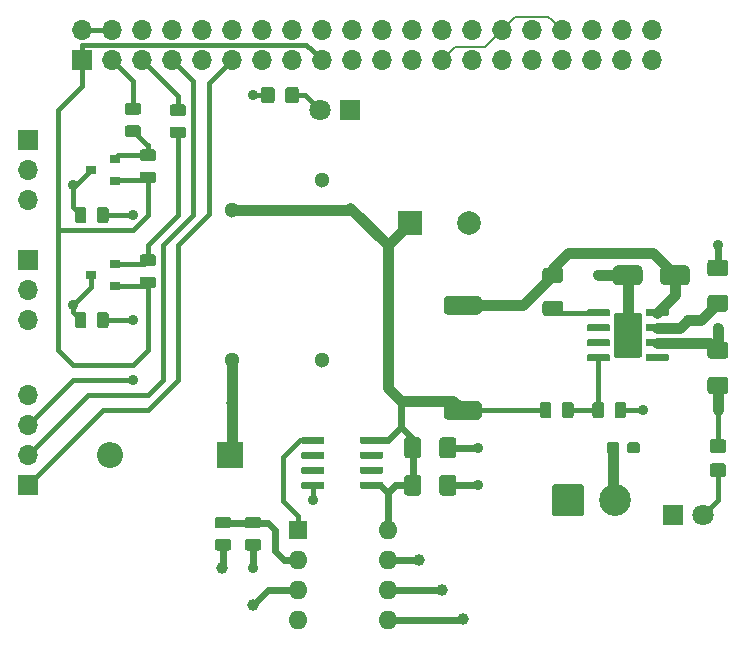
<source format=gtl>
G04 #@! TF.GenerationSoftware,KiCad,Pcbnew,(5.1.5)-3*
G04 #@! TF.CreationDate,2020-03-15T22:36:38-07:00*
G04 #@! TF.ProjectId,pihat,70696861-742e-46b6-9963-61645f706362,rev?*
G04 #@! TF.SameCoordinates,Original*
G04 #@! TF.FileFunction,Copper,L1,Top*
G04 #@! TF.FilePolarity,Positive*
%FSLAX46Y46*%
G04 Gerber Fmt 4.6, Leading zero omitted, Abs format (unit mm)*
G04 Created by KiCad (PCBNEW (5.1.5)-3) date 2020-03-15 22:36:38*
%MOMM*%
%LPD*%
G04 APERTURE LIST*
%ADD10C,1.300000*%
%ADD11C,0.150000*%
%ADD12C,1.000000*%
%ADD13C,0.500000*%
%ADD14O,1.600000X1.600000*%
%ADD15R,1.600000X1.600000*%
%ADD16C,2.000000*%
%ADD17R,2.000000X2.000000*%
%ADD18O,1.700000X1.700000*%
%ADD19R,1.700000X1.700000*%
%ADD20R,0.900000X0.800000*%
%ADD21C,2.700000*%
%ADD22R,2.200000X2.200000*%
%ADD23O,2.200000X2.200000*%
%ADD24R,1.800000X1.800000*%
%ADD25C,1.800000*%
%ADD26C,0.900000*%
%ADD27C,0.400000*%
%ADD28C,0.200000*%
%ADD29C,0.900000*%
%ADD30C,0.600000*%
G04 APERTURE END LIST*
D10*
X228685000Y-108890000D03*
X221085000Y-111430000D03*
X228685000Y-124130000D03*
X221085000Y-124130000D03*
G04 #@! TA.AperFunction,SMDPad,CuDef*
D11*
G36*
X241879207Y-127621926D02*
G01*
X241918036Y-127627686D01*
X241956114Y-127637224D01*
X241993073Y-127650448D01*
X242028559Y-127667231D01*
X242062228Y-127687412D01*
X242093757Y-127710796D01*
X242122843Y-127737157D01*
X242149204Y-127766243D01*
X242172588Y-127797772D01*
X242192769Y-127831441D01*
X242209552Y-127866927D01*
X242222776Y-127903886D01*
X242232314Y-127941964D01*
X242238074Y-127980793D01*
X242240000Y-128020000D01*
X242240000Y-128820000D01*
X242238074Y-128859207D01*
X242232314Y-128898036D01*
X242222776Y-128936114D01*
X242209552Y-128973073D01*
X242192769Y-129008559D01*
X242172588Y-129042228D01*
X242149204Y-129073757D01*
X242122843Y-129102843D01*
X242093757Y-129129204D01*
X242062228Y-129152588D01*
X242028559Y-129172769D01*
X241993073Y-129189552D01*
X241956114Y-129202776D01*
X241918036Y-129212314D01*
X241879207Y-129218074D01*
X241840000Y-129220000D01*
X239440000Y-129220000D01*
X239400793Y-129218074D01*
X239361964Y-129212314D01*
X239323886Y-129202776D01*
X239286927Y-129189552D01*
X239251441Y-129172769D01*
X239217772Y-129152588D01*
X239186243Y-129129204D01*
X239157157Y-129102843D01*
X239130796Y-129073757D01*
X239107412Y-129042228D01*
X239087231Y-129008559D01*
X239070448Y-128973073D01*
X239057224Y-128936114D01*
X239047686Y-128898036D01*
X239041926Y-128859207D01*
X239040000Y-128820000D01*
X239040000Y-128020000D01*
X239041926Y-127980793D01*
X239047686Y-127941964D01*
X239057224Y-127903886D01*
X239070448Y-127866927D01*
X239087231Y-127831441D01*
X239107412Y-127797772D01*
X239130796Y-127766243D01*
X239157157Y-127737157D01*
X239186243Y-127710796D01*
X239217772Y-127687412D01*
X239251441Y-127667231D01*
X239286927Y-127650448D01*
X239323886Y-127637224D01*
X239361964Y-127627686D01*
X239400793Y-127621926D01*
X239440000Y-127620000D01*
X241840000Y-127620000D01*
X241879207Y-127621926D01*
G37*
G04 #@! TD.AperFunction*
G04 #@! TA.AperFunction,SMDPad,CuDef*
G36*
X241879207Y-118721926D02*
G01*
X241918036Y-118727686D01*
X241956114Y-118737224D01*
X241993073Y-118750448D01*
X242028559Y-118767231D01*
X242062228Y-118787412D01*
X242093757Y-118810796D01*
X242122843Y-118837157D01*
X242149204Y-118866243D01*
X242172588Y-118897772D01*
X242192769Y-118931441D01*
X242209552Y-118966927D01*
X242222776Y-119003886D01*
X242232314Y-119041964D01*
X242238074Y-119080793D01*
X242240000Y-119120000D01*
X242240000Y-119920000D01*
X242238074Y-119959207D01*
X242232314Y-119998036D01*
X242222776Y-120036114D01*
X242209552Y-120073073D01*
X242192769Y-120108559D01*
X242172588Y-120142228D01*
X242149204Y-120173757D01*
X242122843Y-120202843D01*
X242093757Y-120229204D01*
X242062228Y-120252588D01*
X242028559Y-120272769D01*
X241993073Y-120289552D01*
X241956114Y-120302776D01*
X241918036Y-120312314D01*
X241879207Y-120318074D01*
X241840000Y-120320000D01*
X239440000Y-120320000D01*
X239400793Y-120318074D01*
X239361964Y-120312314D01*
X239323886Y-120302776D01*
X239286927Y-120289552D01*
X239251441Y-120272769D01*
X239217772Y-120252588D01*
X239186243Y-120229204D01*
X239157157Y-120202843D01*
X239130796Y-120173757D01*
X239107412Y-120142228D01*
X239087231Y-120108559D01*
X239070448Y-120073073D01*
X239057224Y-120036114D01*
X239047686Y-119998036D01*
X239041926Y-119959207D01*
X239040000Y-119920000D01*
X239040000Y-119120000D01*
X239041926Y-119080793D01*
X239047686Y-119041964D01*
X239057224Y-119003886D01*
X239070448Y-118966927D01*
X239087231Y-118931441D01*
X239107412Y-118897772D01*
X239130796Y-118866243D01*
X239157157Y-118837157D01*
X239186243Y-118810796D01*
X239217772Y-118787412D01*
X239251441Y-118767231D01*
X239286927Y-118750448D01*
X239323886Y-118737224D01*
X239361964Y-118727686D01*
X239400793Y-118721926D01*
X239440000Y-118720000D01*
X241840000Y-118720000D01*
X241879207Y-118721926D01*
G37*
G04 #@! TD.AperFunction*
D12*
X240640000Y-146090000D03*
X222860000Y-144920000D03*
X220220000Y-141745000D03*
X238835000Y-143650000D03*
X236930000Y-141110000D03*
G04 #@! TA.AperFunction,SMDPad,CuDef*
D11*
G36*
X239857004Y-130711204D02*
G01*
X239881273Y-130714804D01*
X239905071Y-130720765D01*
X239928171Y-130729030D01*
X239950349Y-130739520D01*
X239971393Y-130752133D01*
X239991098Y-130766747D01*
X240009277Y-130783223D01*
X240025753Y-130801402D01*
X240040367Y-130821107D01*
X240052980Y-130842151D01*
X240063470Y-130864329D01*
X240071735Y-130887429D01*
X240077696Y-130911227D01*
X240081296Y-130935496D01*
X240082500Y-130960000D01*
X240082500Y-132210000D01*
X240081296Y-132234504D01*
X240077696Y-132258773D01*
X240071735Y-132282571D01*
X240063470Y-132305671D01*
X240052980Y-132327849D01*
X240040367Y-132348893D01*
X240025753Y-132368598D01*
X240009277Y-132386777D01*
X239991098Y-132403253D01*
X239971393Y-132417867D01*
X239950349Y-132430480D01*
X239928171Y-132440970D01*
X239905071Y-132449235D01*
X239881273Y-132455196D01*
X239857004Y-132458796D01*
X239832500Y-132460000D01*
X238907500Y-132460000D01*
X238882996Y-132458796D01*
X238858727Y-132455196D01*
X238834929Y-132449235D01*
X238811829Y-132440970D01*
X238789651Y-132430480D01*
X238768607Y-132417867D01*
X238748902Y-132403253D01*
X238730723Y-132386777D01*
X238714247Y-132368598D01*
X238699633Y-132348893D01*
X238687020Y-132327849D01*
X238676530Y-132305671D01*
X238668265Y-132282571D01*
X238662304Y-132258773D01*
X238658704Y-132234504D01*
X238657500Y-132210000D01*
X238657500Y-130960000D01*
X238658704Y-130935496D01*
X238662304Y-130911227D01*
X238668265Y-130887429D01*
X238676530Y-130864329D01*
X238687020Y-130842151D01*
X238699633Y-130821107D01*
X238714247Y-130801402D01*
X238730723Y-130783223D01*
X238748902Y-130766747D01*
X238768607Y-130752133D01*
X238789651Y-130739520D01*
X238811829Y-130729030D01*
X238834929Y-130720765D01*
X238858727Y-130714804D01*
X238882996Y-130711204D01*
X238907500Y-130710000D01*
X239832500Y-130710000D01*
X239857004Y-130711204D01*
G37*
G04 #@! TD.AperFunction*
G04 #@! TA.AperFunction,SMDPad,CuDef*
G36*
X236882004Y-130711204D02*
G01*
X236906273Y-130714804D01*
X236930071Y-130720765D01*
X236953171Y-130729030D01*
X236975349Y-130739520D01*
X236996393Y-130752133D01*
X237016098Y-130766747D01*
X237034277Y-130783223D01*
X237050753Y-130801402D01*
X237065367Y-130821107D01*
X237077980Y-130842151D01*
X237088470Y-130864329D01*
X237096735Y-130887429D01*
X237102696Y-130911227D01*
X237106296Y-130935496D01*
X237107500Y-130960000D01*
X237107500Y-132210000D01*
X237106296Y-132234504D01*
X237102696Y-132258773D01*
X237096735Y-132282571D01*
X237088470Y-132305671D01*
X237077980Y-132327849D01*
X237065367Y-132348893D01*
X237050753Y-132368598D01*
X237034277Y-132386777D01*
X237016098Y-132403253D01*
X236996393Y-132417867D01*
X236975349Y-132430480D01*
X236953171Y-132440970D01*
X236930071Y-132449235D01*
X236906273Y-132455196D01*
X236882004Y-132458796D01*
X236857500Y-132460000D01*
X235932500Y-132460000D01*
X235907996Y-132458796D01*
X235883727Y-132455196D01*
X235859929Y-132449235D01*
X235836829Y-132440970D01*
X235814651Y-132430480D01*
X235793607Y-132417867D01*
X235773902Y-132403253D01*
X235755723Y-132386777D01*
X235739247Y-132368598D01*
X235724633Y-132348893D01*
X235712020Y-132327849D01*
X235701530Y-132305671D01*
X235693265Y-132282571D01*
X235687304Y-132258773D01*
X235683704Y-132234504D01*
X235682500Y-132210000D01*
X235682500Y-130960000D01*
X235683704Y-130935496D01*
X235687304Y-130911227D01*
X235693265Y-130887429D01*
X235701530Y-130864329D01*
X235712020Y-130842151D01*
X235724633Y-130821107D01*
X235739247Y-130801402D01*
X235755723Y-130783223D01*
X235773902Y-130766747D01*
X235793607Y-130752133D01*
X235814651Y-130739520D01*
X235836829Y-130729030D01*
X235859929Y-130720765D01*
X235883727Y-130714804D01*
X235907996Y-130711204D01*
X235932500Y-130710000D01*
X236857500Y-130710000D01*
X236882004Y-130711204D01*
G37*
G04 #@! TD.AperFunction*
G04 #@! TA.AperFunction,SMDPad,CuDef*
G36*
X257924703Y-119855722D02*
G01*
X257939264Y-119857882D01*
X257953543Y-119861459D01*
X257967403Y-119866418D01*
X257980710Y-119872712D01*
X257993336Y-119880280D01*
X258005159Y-119889048D01*
X258016066Y-119898934D01*
X258025952Y-119909841D01*
X258034720Y-119921664D01*
X258042288Y-119934290D01*
X258048582Y-119947597D01*
X258053541Y-119961457D01*
X258057118Y-119975736D01*
X258059278Y-119990297D01*
X258060000Y-120005000D01*
X258060000Y-120305000D01*
X258059278Y-120319703D01*
X258057118Y-120334264D01*
X258053541Y-120348543D01*
X258048582Y-120362403D01*
X258042288Y-120375710D01*
X258034720Y-120388336D01*
X258025952Y-120400159D01*
X258016066Y-120411066D01*
X258005159Y-120420952D01*
X257993336Y-120429720D01*
X257980710Y-120437288D01*
X257967403Y-120443582D01*
X257953543Y-120448541D01*
X257939264Y-120452118D01*
X257924703Y-120454278D01*
X257910000Y-120455000D01*
X256260000Y-120455000D01*
X256245297Y-120454278D01*
X256230736Y-120452118D01*
X256216457Y-120448541D01*
X256202597Y-120443582D01*
X256189290Y-120437288D01*
X256176664Y-120429720D01*
X256164841Y-120420952D01*
X256153934Y-120411066D01*
X256144048Y-120400159D01*
X256135280Y-120388336D01*
X256127712Y-120375710D01*
X256121418Y-120362403D01*
X256116459Y-120348543D01*
X256112882Y-120334264D01*
X256110722Y-120319703D01*
X256110000Y-120305000D01*
X256110000Y-120005000D01*
X256110722Y-119990297D01*
X256112882Y-119975736D01*
X256116459Y-119961457D01*
X256121418Y-119947597D01*
X256127712Y-119934290D01*
X256135280Y-119921664D01*
X256144048Y-119909841D01*
X256153934Y-119898934D01*
X256164841Y-119889048D01*
X256176664Y-119880280D01*
X256189290Y-119872712D01*
X256202597Y-119866418D01*
X256216457Y-119861459D01*
X256230736Y-119857882D01*
X256245297Y-119855722D01*
X256260000Y-119855000D01*
X257910000Y-119855000D01*
X257924703Y-119855722D01*
G37*
G04 #@! TD.AperFunction*
G04 #@! TA.AperFunction,SMDPad,CuDef*
G36*
X257924703Y-121125722D02*
G01*
X257939264Y-121127882D01*
X257953543Y-121131459D01*
X257967403Y-121136418D01*
X257980710Y-121142712D01*
X257993336Y-121150280D01*
X258005159Y-121159048D01*
X258016066Y-121168934D01*
X258025952Y-121179841D01*
X258034720Y-121191664D01*
X258042288Y-121204290D01*
X258048582Y-121217597D01*
X258053541Y-121231457D01*
X258057118Y-121245736D01*
X258059278Y-121260297D01*
X258060000Y-121275000D01*
X258060000Y-121575000D01*
X258059278Y-121589703D01*
X258057118Y-121604264D01*
X258053541Y-121618543D01*
X258048582Y-121632403D01*
X258042288Y-121645710D01*
X258034720Y-121658336D01*
X258025952Y-121670159D01*
X258016066Y-121681066D01*
X258005159Y-121690952D01*
X257993336Y-121699720D01*
X257980710Y-121707288D01*
X257967403Y-121713582D01*
X257953543Y-121718541D01*
X257939264Y-121722118D01*
X257924703Y-121724278D01*
X257910000Y-121725000D01*
X256260000Y-121725000D01*
X256245297Y-121724278D01*
X256230736Y-121722118D01*
X256216457Y-121718541D01*
X256202597Y-121713582D01*
X256189290Y-121707288D01*
X256176664Y-121699720D01*
X256164841Y-121690952D01*
X256153934Y-121681066D01*
X256144048Y-121670159D01*
X256135280Y-121658336D01*
X256127712Y-121645710D01*
X256121418Y-121632403D01*
X256116459Y-121618543D01*
X256112882Y-121604264D01*
X256110722Y-121589703D01*
X256110000Y-121575000D01*
X256110000Y-121275000D01*
X256110722Y-121260297D01*
X256112882Y-121245736D01*
X256116459Y-121231457D01*
X256121418Y-121217597D01*
X256127712Y-121204290D01*
X256135280Y-121191664D01*
X256144048Y-121179841D01*
X256153934Y-121168934D01*
X256164841Y-121159048D01*
X256176664Y-121150280D01*
X256189290Y-121142712D01*
X256202597Y-121136418D01*
X256216457Y-121131459D01*
X256230736Y-121127882D01*
X256245297Y-121125722D01*
X256260000Y-121125000D01*
X257910000Y-121125000D01*
X257924703Y-121125722D01*
G37*
G04 #@! TD.AperFunction*
G04 #@! TA.AperFunction,SMDPad,CuDef*
G36*
X257924703Y-122395722D02*
G01*
X257939264Y-122397882D01*
X257953543Y-122401459D01*
X257967403Y-122406418D01*
X257980710Y-122412712D01*
X257993336Y-122420280D01*
X258005159Y-122429048D01*
X258016066Y-122438934D01*
X258025952Y-122449841D01*
X258034720Y-122461664D01*
X258042288Y-122474290D01*
X258048582Y-122487597D01*
X258053541Y-122501457D01*
X258057118Y-122515736D01*
X258059278Y-122530297D01*
X258060000Y-122545000D01*
X258060000Y-122845000D01*
X258059278Y-122859703D01*
X258057118Y-122874264D01*
X258053541Y-122888543D01*
X258048582Y-122902403D01*
X258042288Y-122915710D01*
X258034720Y-122928336D01*
X258025952Y-122940159D01*
X258016066Y-122951066D01*
X258005159Y-122960952D01*
X257993336Y-122969720D01*
X257980710Y-122977288D01*
X257967403Y-122983582D01*
X257953543Y-122988541D01*
X257939264Y-122992118D01*
X257924703Y-122994278D01*
X257910000Y-122995000D01*
X256260000Y-122995000D01*
X256245297Y-122994278D01*
X256230736Y-122992118D01*
X256216457Y-122988541D01*
X256202597Y-122983582D01*
X256189290Y-122977288D01*
X256176664Y-122969720D01*
X256164841Y-122960952D01*
X256153934Y-122951066D01*
X256144048Y-122940159D01*
X256135280Y-122928336D01*
X256127712Y-122915710D01*
X256121418Y-122902403D01*
X256116459Y-122888543D01*
X256112882Y-122874264D01*
X256110722Y-122859703D01*
X256110000Y-122845000D01*
X256110000Y-122545000D01*
X256110722Y-122530297D01*
X256112882Y-122515736D01*
X256116459Y-122501457D01*
X256121418Y-122487597D01*
X256127712Y-122474290D01*
X256135280Y-122461664D01*
X256144048Y-122449841D01*
X256153934Y-122438934D01*
X256164841Y-122429048D01*
X256176664Y-122420280D01*
X256189290Y-122412712D01*
X256202597Y-122406418D01*
X256216457Y-122401459D01*
X256230736Y-122397882D01*
X256245297Y-122395722D01*
X256260000Y-122395000D01*
X257910000Y-122395000D01*
X257924703Y-122395722D01*
G37*
G04 #@! TD.AperFunction*
G04 #@! TA.AperFunction,SMDPad,CuDef*
G36*
X257924703Y-123665722D02*
G01*
X257939264Y-123667882D01*
X257953543Y-123671459D01*
X257967403Y-123676418D01*
X257980710Y-123682712D01*
X257993336Y-123690280D01*
X258005159Y-123699048D01*
X258016066Y-123708934D01*
X258025952Y-123719841D01*
X258034720Y-123731664D01*
X258042288Y-123744290D01*
X258048582Y-123757597D01*
X258053541Y-123771457D01*
X258057118Y-123785736D01*
X258059278Y-123800297D01*
X258060000Y-123815000D01*
X258060000Y-124115000D01*
X258059278Y-124129703D01*
X258057118Y-124144264D01*
X258053541Y-124158543D01*
X258048582Y-124172403D01*
X258042288Y-124185710D01*
X258034720Y-124198336D01*
X258025952Y-124210159D01*
X258016066Y-124221066D01*
X258005159Y-124230952D01*
X257993336Y-124239720D01*
X257980710Y-124247288D01*
X257967403Y-124253582D01*
X257953543Y-124258541D01*
X257939264Y-124262118D01*
X257924703Y-124264278D01*
X257910000Y-124265000D01*
X256260000Y-124265000D01*
X256245297Y-124264278D01*
X256230736Y-124262118D01*
X256216457Y-124258541D01*
X256202597Y-124253582D01*
X256189290Y-124247288D01*
X256176664Y-124239720D01*
X256164841Y-124230952D01*
X256153934Y-124221066D01*
X256144048Y-124210159D01*
X256135280Y-124198336D01*
X256127712Y-124185710D01*
X256121418Y-124172403D01*
X256116459Y-124158543D01*
X256112882Y-124144264D01*
X256110722Y-124129703D01*
X256110000Y-124115000D01*
X256110000Y-123815000D01*
X256110722Y-123800297D01*
X256112882Y-123785736D01*
X256116459Y-123771457D01*
X256121418Y-123757597D01*
X256127712Y-123744290D01*
X256135280Y-123731664D01*
X256144048Y-123719841D01*
X256153934Y-123708934D01*
X256164841Y-123699048D01*
X256176664Y-123690280D01*
X256189290Y-123682712D01*
X256202597Y-123676418D01*
X256216457Y-123671459D01*
X256230736Y-123667882D01*
X256245297Y-123665722D01*
X256260000Y-123665000D01*
X257910000Y-123665000D01*
X257924703Y-123665722D01*
G37*
G04 #@! TD.AperFunction*
G04 #@! TA.AperFunction,SMDPad,CuDef*
G36*
X252974703Y-123665722D02*
G01*
X252989264Y-123667882D01*
X253003543Y-123671459D01*
X253017403Y-123676418D01*
X253030710Y-123682712D01*
X253043336Y-123690280D01*
X253055159Y-123699048D01*
X253066066Y-123708934D01*
X253075952Y-123719841D01*
X253084720Y-123731664D01*
X253092288Y-123744290D01*
X253098582Y-123757597D01*
X253103541Y-123771457D01*
X253107118Y-123785736D01*
X253109278Y-123800297D01*
X253110000Y-123815000D01*
X253110000Y-124115000D01*
X253109278Y-124129703D01*
X253107118Y-124144264D01*
X253103541Y-124158543D01*
X253098582Y-124172403D01*
X253092288Y-124185710D01*
X253084720Y-124198336D01*
X253075952Y-124210159D01*
X253066066Y-124221066D01*
X253055159Y-124230952D01*
X253043336Y-124239720D01*
X253030710Y-124247288D01*
X253017403Y-124253582D01*
X253003543Y-124258541D01*
X252989264Y-124262118D01*
X252974703Y-124264278D01*
X252960000Y-124265000D01*
X251310000Y-124265000D01*
X251295297Y-124264278D01*
X251280736Y-124262118D01*
X251266457Y-124258541D01*
X251252597Y-124253582D01*
X251239290Y-124247288D01*
X251226664Y-124239720D01*
X251214841Y-124230952D01*
X251203934Y-124221066D01*
X251194048Y-124210159D01*
X251185280Y-124198336D01*
X251177712Y-124185710D01*
X251171418Y-124172403D01*
X251166459Y-124158543D01*
X251162882Y-124144264D01*
X251160722Y-124129703D01*
X251160000Y-124115000D01*
X251160000Y-123815000D01*
X251160722Y-123800297D01*
X251162882Y-123785736D01*
X251166459Y-123771457D01*
X251171418Y-123757597D01*
X251177712Y-123744290D01*
X251185280Y-123731664D01*
X251194048Y-123719841D01*
X251203934Y-123708934D01*
X251214841Y-123699048D01*
X251226664Y-123690280D01*
X251239290Y-123682712D01*
X251252597Y-123676418D01*
X251266457Y-123671459D01*
X251280736Y-123667882D01*
X251295297Y-123665722D01*
X251310000Y-123665000D01*
X252960000Y-123665000D01*
X252974703Y-123665722D01*
G37*
G04 #@! TD.AperFunction*
G04 #@! TA.AperFunction,SMDPad,CuDef*
G36*
X252974703Y-122395722D02*
G01*
X252989264Y-122397882D01*
X253003543Y-122401459D01*
X253017403Y-122406418D01*
X253030710Y-122412712D01*
X253043336Y-122420280D01*
X253055159Y-122429048D01*
X253066066Y-122438934D01*
X253075952Y-122449841D01*
X253084720Y-122461664D01*
X253092288Y-122474290D01*
X253098582Y-122487597D01*
X253103541Y-122501457D01*
X253107118Y-122515736D01*
X253109278Y-122530297D01*
X253110000Y-122545000D01*
X253110000Y-122845000D01*
X253109278Y-122859703D01*
X253107118Y-122874264D01*
X253103541Y-122888543D01*
X253098582Y-122902403D01*
X253092288Y-122915710D01*
X253084720Y-122928336D01*
X253075952Y-122940159D01*
X253066066Y-122951066D01*
X253055159Y-122960952D01*
X253043336Y-122969720D01*
X253030710Y-122977288D01*
X253017403Y-122983582D01*
X253003543Y-122988541D01*
X252989264Y-122992118D01*
X252974703Y-122994278D01*
X252960000Y-122995000D01*
X251310000Y-122995000D01*
X251295297Y-122994278D01*
X251280736Y-122992118D01*
X251266457Y-122988541D01*
X251252597Y-122983582D01*
X251239290Y-122977288D01*
X251226664Y-122969720D01*
X251214841Y-122960952D01*
X251203934Y-122951066D01*
X251194048Y-122940159D01*
X251185280Y-122928336D01*
X251177712Y-122915710D01*
X251171418Y-122902403D01*
X251166459Y-122888543D01*
X251162882Y-122874264D01*
X251160722Y-122859703D01*
X251160000Y-122845000D01*
X251160000Y-122545000D01*
X251160722Y-122530297D01*
X251162882Y-122515736D01*
X251166459Y-122501457D01*
X251171418Y-122487597D01*
X251177712Y-122474290D01*
X251185280Y-122461664D01*
X251194048Y-122449841D01*
X251203934Y-122438934D01*
X251214841Y-122429048D01*
X251226664Y-122420280D01*
X251239290Y-122412712D01*
X251252597Y-122406418D01*
X251266457Y-122401459D01*
X251280736Y-122397882D01*
X251295297Y-122395722D01*
X251310000Y-122395000D01*
X252960000Y-122395000D01*
X252974703Y-122395722D01*
G37*
G04 #@! TD.AperFunction*
G04 #@! TA.AperFunction,SMDPad,CuDef*
G36*
X252974703Y-121125722D02*
G01*
X252989264Y-121127882D01*
X253003543Y-121131459D01*
X253017403Y-121136418D01*
X253030710Y-121142712D01*
X253043336Y-121150280D01*
X253055159Y-121159048D01*
X253066066Y-121168934D01*
X253075952Y-121179841D01*
X253084720Y-121191664D01*
X253092288Y-121204290D01*
X253098582Y-121217597D01*
X253103541Y-121231457D01*
X253107118Y-121245736D01*
X253109278Y-121260297D01*
X253110000Y-121275000D01*
X253110000Y-121575000D01*
X253109278Y-121589703D01*
X253107118Y-121604264D01*
X253103541Y-121618543D01*
X253098582Y-121632403D01*
X253092288Y-121645710D01*
X253084720Y-121658336D01*
X253075952Y-121670159D01*
X253066066Y-121681066D01*
X253055159Y-121690952D01*
X253043336Y-121699720D01*
X253030710Y-121707288D01*
X253017403Y-121713582D01*
X253003543Y-121718541D01*
X252989264Y-121722118D01*
X252974703Y-121724278D01*
X252960000Y-121725000D01*
X251310000Y-121725000D01*
X251295297Y-121724278D01*
X251280736Y-121722118D01*
X251266457Y-121718541D01*
X251252597Y-121713582D01*
X251239290Y-121707288D01*
X251226664Y-121699720D01*
X251214841Y-121690952D01*
X251203934Y-121681066D01*
X251194048Y-121670159D01*
X251185280Y-121658336D01*
X251177712Y-121645710D01*
X251171418Y-121632403D01*
X251166459Y-121618543D01*
X251162882Y-121604264D01*
X251160722Y-121589703D01*
X251160000Y-121575000D01*
X251160000Y-121275000D01*
X251160722Y-121260297D01*
X251162882Y-121245736D01*
X251166459Y-121231457D01*
X251171418Y-121217597D01*
X251177712Y-121204290D01*
X251185280Y-121191664D01*
X251194048Y-121179841D01*
X251203934Y-121168934D01*
X251214841Y-121159048D01*
X251226664Y-121150280D01*
X251239290Y-121142712D01*
X251252597Y-121136418D01*
X251266457Y-121131459D01*
X251280736Y-121127882D01*
X251295297Y-121125722D01*
X251310000Y-121125000D01*
X252960000Y-121125000D01*
X252974703Y-121125722D01*
G37*
G04 #@! TD.AperFunction*
G04 #@! TA.AperFunction,SMDPad,CuDef*
G36*
X252974703Y-119855722D02*
G01*
X252989264Y-119857882D01*
X253003543Y-119861459D01*
X253017403Y-119866418D01*
X253030710Y-119872712D01*
X253043336Y-119880280D01*
X253055159Y-119889048D01*
X253066066Y-119898934D01*
X253075952Y-119909841D01*
X253084720Y-119921664D01*
X253092288Y-119934290D01*
X253098582Y-119947597D01*
X253103541Y-119961457D01*
X253107118Y-119975736D01*
X253109278Y-119990297D01*
X253110000Y-120005000D01*
X253110000Y-120305000D01*
X253109278Y-120319703D01*
X253107118Y-120334264D01*
X253103541Y-120348543D01*
X253098582Y-120362403D01*
X253092288Y-120375710D01*
X253084720Y-120388336D01*
X253075952Y-120400159D01*
X253066066Y-120411066D01*
X253055159Y-120420952D01*
X253043336Y-120429720D01*
X253030710Y-120437288D01*
X253017403Y-120443582D01*
X253003543Y-120448541D01*
X252989264Y-120452118D01*
X252974703Y-120454278D01*
X252960000Y-120455000D01*
X251310000Y-120455000D01*
X251295297Y-120454278D01*
X251280736Y-120452118D01*
X251266457Y-120448541D01*
X251252597Y-120443582D01*
X251239290Y-120437288D01*
X251226664Y-120429720D01*
X251214841Y-120420952D01*
X251203934Y-120411066D01*
X251194048Y-120400159D01*
X251185280Y-120388336D01*
X251177712Y-120375710D01*
X251171418Y-120362403D01*
X251166459Y-120348543D01*
X251162882Y-120334264D01*
X251160722Y-120319703D01*
X251160000Y-120305000D01*
X251160000Y-120005000D01*
X251160722Y-119990297D01*
X251162882Y-119975736D01*
X251166459Y-119961457D01*
X251171418Y-119947597D01*
X251177712Y-119934290D01*
X251185280Y-119921664D01*
X251194048Y-119909841D01*
X251203934Y-119898934D01*
X251214841Y-119889048D01*
X251226664Y-119880280D01*
X251239290Y-119872712D01*
X251252597Y-119866418D01*
X251266457Y-119861459D01*
X251280736Y-119857882D01*
X251295297Y-119855722D01*
X251310000Y-119855000D01*
X252960000Y-119855000D01*
X252974703Y-119855722D01*
G37*
G04 #@! TD.AperFunction*
D13*
X255310000Y-123460000D03*
X253910000Y-123460000D03*
X255310000Y-122060000D03*
X253910000Y-122060000D03*
X255310000Y-120660000D03*
X253910000Y-120660000D03*
G04 #@! TA.AperFunction,SMDPad,CuDef*
D11*
G36*
X255589506Y-120156204D02*
G01*
X255613774Y-120159804D01*
X255637573Y-120165765D01*
X255660672Y-120174030D01*
X255682850Y-120184519D01*
X255703893Y-120197132D01*
X255723599Y-120211747D01*
X255741777Y-120228223D01*
X255758253Y-120246401D01*
X255772868Y-120266107D01*
X255785481Y-120287150D01*
X255795970Y-120309328D01*
X255804235Y-120332427D01*
X255810196Y-120356226D01*
X255813796Y-120380494D01*
X255815000Y-120404998D01*
X255815000Y-123715002D01*
X255813796Y-123739506D01*
X255810196Y-123763774D01*
X255804235Y-123787573D01*
X255795970Y-123810672D01*
X255785481Y-123832850D01*
X255772868Y-123853893D01*
X255758253Y-123873599D01*
X255741777Y-123891777D01*
X255723599Y-123908253D01*
X255703893Y-123922868D01*
X255682850Y-123935481D01*
X255660672Y-123945970D01*
X255637573Y-123954235D01*
X255613774Y-123960196D01*
X255589506Y-123963796D01*
X255565002Y-123965000D01*
X253654998Y-123965000D01*
X253630494Y-123963796D01*
X253606226Y-123960196D01*
X253582427Y-123954235D01*
X253559328Y-123945970D01*
X253537150Y-123935481D01*
X253516107Y-123922868D01*
X253496401Y-123908253D01*
X253478223Y-123891777D01*
X253461747Y-123873599D01*
X253447132Y-123853893D01*
X253434519Y-123832850D01*
X253424030Y-123810672D01*
X253415765Y-123787573D01*
X253409804Y-123763774D01*
X253406204Y-123739506D01*
X253405000Y-123715002D01*
X253405000Y-120404998D01*
X253406204Y-120380494D01*
X253409804Y-120356226D01*
X253415765Y-120332427D01*
X253424030Y-120309328D01*
X253434519Y-120287150D01*
X253447132Y-120266107D01*
X253461747Y-120246401D01*
X253478223Y-120228223D01*
X253496401Y-120211747D01*
X253516107Y-120197132D01*
X253537150Y-120184519D01*
X253559328Y-120174030D01*
X253582427Y-120165765D01*
X253606226Y-120159804D01*
X253630494Y-120156204D01*
X253654998Y-120155000D01*
X255565002Y-120155000D01*
X255589506Y-120156204D01*
G37*
G04 #@! TD.AperFunction*
G04 #@! TA.AperFunction,SMDPad,CuDef*
G36*
X220800142Y-139323674D02*
G01*
X220823803Y-139327184D01*
X220847007Y-139332996D01*
X220869529Y-139341054D01*
X220891153Y-139351282D01*
X220911670Y-139363579D01*
X220930883Y-139377829D01*
X220948607Y-139393893D01*
X220964671Y-139411617D01*
X220978921Y-139430830D01*
X220991218Y-139451347D01*
X221001446Y-139472971D01*
X221009504Y-139495493D01*
X221015316Y-139518697D01*
X221018826Y-139542358D01*
X221020000Y-139566250D01*
X221020000Y-140053750D01*
X221018826Y-140077642D01*
X221015316Y-140101303D01*
X221009504Y-140124507D01*
X221001446Y-140147029D01*
X220991218Y-140168653D01*
X220978921Y-140189170D01*
X220964671Y-140208383D01*
X220948607Y-140226107D01*
X220930883Y-140242171D01*
X220911670Y-140256421D01*
X220891153Y-140268718D01*
X220869529Y-140278946D01*
X220847007Y-140287004D01*
X220823803Y-140292816D01*
X220800142Y-140296326D01*
X220776250Y-140297500D01*
X219863750Y-140297500D01*
X219839858Y-140296326D01*
X219816197Y-140292816D01*
X219792993Y-140287004D01*
X219770471Y-140278946D01*
X219748847Y-140268718D01*
X219728330Y-140256421D01*
X219709117Y-140242171D01*
X219691393Y-140226107D01*
X219675329Y-140208383D01*
X219661079Y-140189170D01*
X219648782Y-140168653D01*
X219638554Y-140147029D01*
X219630496Y-140124507D01*
X219624684Y-140101303D01*
X219621174Y-140077642D01*
X219620000Y-140053750D01*
X219620000Y-139566250D01*
X219621174Y-139542358D01*
X219624684Y-139518697D01*
X219630496Y-139495493D01*
X219638554Y-139472971D01*
X219648782Y-139451347D01*
X219661079Y-139430830D01*
X219675329Y-139411617D01*
X219691393Y-139393893D01*
X219709117Y-139377829D01*
X219728330Y-139363579D01*
X219748847Y-139351282D01*
X219770471Y-139341054D01*
X219792993Y-139332996D01*
X219816197Y-139327184D01*
X219839858Y-139323674D01*
X219863750Y-139322500D01*
X220776250Y-139322500D01*
X220800142Y-139323674D01*
G37*
G04 #@! TD.AperFunction*
G04 #@! TA.AperFunction,SMDPad,CuDef*
G36*
X220800142Y-137448674D02*
G01*
X220823803Y-137452184D01*
X220847007Y-137457996D01*
X220869529Y-137466054D01*
X220891153Y-137476282D01*
X220911670Y-137488579D01*
X220930883Y-137502829D01*
X220948607Y-137518893D01*
X220964671Y-137536617D01*
X220978921Y-137555830D01*
X220991218Y-137576347D01*
X221001446Y-137597971D01*
X221009504Y-137620493D01*
X221015316Y-137643697D01*
X221018826Y-137667358D01*
X221020000Y-137691250D01*
X221020000Y-138178750D01*
X221018826Y-138202642D01*
X221015316Y-138226303D01*
X221009504Y-138249507D01*
X221001446Y-138272029D01*
X220991218Y-138293653D01*
X220978921Y-138314170D01*
X220964671Y-138333383D01*
X220948607Y-138351107D01*
X220930883Y-138367171D01*
X220911670Y-138381421D01*
X220891153Y-138393718D01*
X220869529Y-138403946D01*
X220847007Y-138412004D01*
X220823803Y-138417816D01*
X220800142Y-138421326D01*
X220776250Y-138422500D01*
X219863750Y-138422500D01*
X219839858Y-138421326D01*
X219816197Y-138417816D01*
X219792993Y-138412004D01*
X219770471Y-138403946D01*
X219748847Y-138393718D01*
X219728330Y-138381421D01*
X219709117Y-138367171D01*
X219691393Y-138351107D01*
X219675329Y-138333383D01*
X219661079Y-138314170D01*
X219648782Y-138293653D01*
X219638554Y-138272029D01*
X219630496Y-138249507D01*
X219624684Y-138226303D01*
X219621174Y-138202642D01*
X219620000Y-138178750D01*
X219620000Y-137691250D01*
X219621174Y-137667358D01*
X219624684Y-137643697D01*
X219630496Y-137620493D01*
X219638554Y-137597971D01*
X219648782Y-137576347D01*
X219661079Y-137555830D01*
X219675329Y-137536617D01*
X219691393Y-137518893D01*
X219709117Y-137502829D01*
X219728330Y-137488579D01*
X219748847Y-137476282D01*
X219770471Y-137466054D01*
X219792993Y-137457996D01*
X219816197Y-137452184D01*
X219839858Y-137448674D01*
X219863750Y-137447500D01*
X220776250Y-137447500D01*
X220800142Y-137448674D01*
G37*
G04 #@! TD.AperFunction*
G04 #@! TA.AperFunction,SMDPad,CuDef*
G36*
X254242642Y-127711174D02*
G01*
X254266303Y-127714684D01*
X254289507Y-127720496D01*
X254312029Y-127728554D01*
X254333653Y-127738782D01*
X254354170Y-127751079D01*
X254373383Y-127765329D01*
X254391107Y-127781393D01*
X254407171Y-127799117D01*
X254421421Y-127818330D01*
X254433718Y-127838847D01*
X254443946Y-127860471D01*
X254452004Y-127882993D01*
X254457816Y-127906197D01*
X254461326Y-127929858D01*
X254462500Y-127953750D01*
X254462500Y-128866250D01*
X254461326Y-128890142D01*
X254457816Y-128913803D01*
X254452004Y-128937007D01*
X254443946Y-128959529D01*
X254433718Y-128981153D01*
X254421421Y-129001670D01*
X254407171Y-129020883D01*
X254391107Y-129038607D01*
X254373383Y-129054671D01*
X254354170Y-129068921D01*
X254333653Y-129081218D01*
X254312029Y-129091446D01*
X254289507Y-129099504D01*
X254266303Y-129105316D01*
X254242642Y-129108826D01*
X254218750Y-129110000D01*
X253731250Y-129110000D01*
X253707358Y-129108826D01*
X253683697Y-129105316D01*
X253660493Y-129099504D01*
X253637971Y-129091446D01*
X253616347Y-129081218D01*
X253595830Y-129068921D01*
X253576617Y-129054671D01*
X253558893Y-129038607D01*
X253542829Y-129020883D01*
X253528579Y-129001670D01*
X253516282Y-128981153D01*
X253506054Y-128959529D01*
X253497996Y-128937007D01*
X253492184Y-128913803D01*
X253488674Y-128890142D01*
X253487500Y-128866250D01*
X253487500Y-127953750D01*
X253488674Y-127929858D01*
X253492184Y-127906197D01*
X253497996Y-127882993D01*
X253506054Y-127860471D01*
X253516282Y-127838847D01*
X253528579Y-127818330D01*
X253542829Y-127799117D01*
X253558893Y-127781393D01*
X253576617Y-127765329D01*
X253595830Y-127751079D01*
X253616347Y-127738782D01*
X253637971Y-127728554D01*
X253660493Y-127720496D01*
X253683697Y-127714684D01*
X253707358Y-127711174D01*
X253731250Y-127710000D01*
X254218750Y-127710000D01*
X254242642Y-127711174D01*
G37*
G04 #@! TD.AperFunction*
G04 #@! TA.AperFunction,SMDPad,CuDef*
G36*
X252367642Y-127711174D02*
G01*
X252391303Y-127714684D01*
X252414507Y-127720496D01*
X252437029Y-127728554D01*
X252458653Y-127738782D01*
X252479170Y-127751079D01*
X252498383Y-127765329D01*
X252516107Y-127781393D01*
X252532171Y-127799117D01*
X252546421Y-127818330D01*
X252558718Y-127838847D01*
X252568946Y-127860471D01*
X252577004Y-127882993D01*
X252582816Y-127906197D01*
X252586326Y-127929858D01*
X252587500Y-127953750D01*
X252587500Y-128866250D01*
X252586326Y-128890142D01*
X252582816Y-128913803D01*
X252577004Y-128937007D01*
X252568946Y-128959529D01*
X252558718Y-128981153D01*
X252546421Y-129001670D01*
X252532171Y-129020883D01*
X252516107Y-129038607D01*
X252498383Y-129054671D01*
X252479170Y-129068921D01*
X252458653Y-129081218D01*
X252437029Y-129091446D01*
X252414507Y-129099504D01*
X252391303Y-129105316D01*
X252367642Y-129108826D01*
X252343750Y-129110000D01*
X251856250Y-129110000D01*
X251832358Y-129108826D01*
X251808697Y-129105316D01*
X251785493Y-129099504D01*
X251762971Y-129091446D01*
X251741347Y-129081218D01*
X251720830Y-129068921D01*
X251701617Y-129054671D01*
X251683893Y-129038607D01*
X251667829Y-129020883D01*
X251653579Y-129001670D01*
X251641282Y-128981153D01*
X251631054Y-128959529D01*
X251622996Y-128937007D01*
X251617184Y-128913803D01*
X251613674Y-128890142D01*
X251612500Y-128866250D01*
X251612500Y-127953750D01*
X251613674Y-127929858D01*
X251617184Y-127906197D01*
X251622996Y-127882993D01*
X251631054Y-127860471D01*
X251641282Y-127838847D01*
X251653579Y-127818330D01*
X251667829Y-127799117D01*
X251683893Y-127781393D01*
X251701617Y-127765329D01*
X251720830Y-127751079D01*
X251741347Y-127738782D01*
X251762971Y-127728554D01*
X251785493Y-127720496D01*
X251808697Y-127714684D01*
X251832358Y-127711174D01*
X251856250Y-127710000D01*
X252343750Y-127710000D01*
X252367642Y-127711174D01*
G37*
G04 #@! TD.AperFunction*
G04 #@! TA.AperFunction,SMDPad,CuDef*
G36*
X249797642Y-127711174D02*
G01*
X249821303Y-127714684D01*
X249844507Y-127720496D01*
X249867029Y-127728554D01*
X249888653Y-127738782D01*
X249909170Y-127751079D01*
X249928383Y-127765329D01*
X249946107Y-127781393D01*
X249962171Y-127799117D01*
X249976421Y-127818330D01*
X249988718Y-127838847D01*
X249998946Y-127860471D01*
X250007004Y-127882993D01*
X250012816Y-127906197D01*
X250016326Y-127929858D01*
X250017500Y-127953750D01*
X250017500Y-128866250D01*
X250016326Y-128890142D01*
X250012816Y-128913803D01*
X250007004Y-128937007D01*
X249998946Y-128959529D01*
X249988718Y-128981153D01*
X249976421Y-129001670D01*
X249962171Y-129020883D01*
X249946107Y-129038607D01*
X249928383Y-129054671D01*
X249909170Y-129068921D01*
X249888653Y-129081218D01*
X249867029Y-129091446D01*
X249844507Y-129099504D01*
X249821303Y-129105316D01*
X249797642Y-129108826D01*
X249773750Y-129110000D01*
X249286250Y-129110000D01*
X249262358Y-129108826D01*
X249238697Y-129105316D01*
X249215493Y-129099504D01*
X249192971Y-129091446D01*
X249171347Y-129081218D01*
X249150830Y-129068921D01*
X249131617Y-129054671D01*
X249113893Y-129038607D01*
X249097829Y-129020883D01*
X249083579Y-129001670D01*
X249071282Y-128981153D01*
X249061054Y-128959529D01*
X249052996Y-128937007D01*
X249047184Y-128913803D01*
X249043674Y-128890142D01*
X249042500Y-128866250D01*
X249042500Y-127953750D01*
X249043674Y-127929858D01*
X249047184Y-127906197D01*
X249052996Y-127882993D01*
X249061054Y-127860471D01*
X249071282Y-127838847D01*
X249083579Y-127818330D01*
X249097829Y-127799117D01*
X249113893Y-127781393D01*
X249131617Y-127765329D01*
X249150830Y-127751079D01*
X249171347Y-127738782D01*
X249192971Y-127728554D01*
X249215493Y-127720496D01*
X249238697Y-127714684D01*
X249262358Y-127711174D01*
X249286250Y-127710000D01*
X249773750Y-127710000D01*
X249797642Y-127711174D01*
G37*
G04 #@! TD.AperFunction*
G04 #@! TA.AperFunction,SMDPad,CuDef*
G36*
X247922642Y-127711174D02*
G01*
X247946303Y-127714684D01*
X247969507Y-127720496D01*
X247992029Y-127728554D01*
X248013653Y-127738782D01*
X248034170Y-127751079D01*
X248053383Y-127765329D01*
X248071107Y-127781393D01*
X248087171Y-127799117D01*
X248101421Y-127818330D01*
X248113718Y-127838847D01*
X248123946Y-127860471D01*
X248132004Y-127882993D01*
X248137816Y-127906197D01*
X248141326Y-127929858D01*
X248142500Y-127953750D01*
X248142500Y-128866250D01*
X248141326Y-128890142D01*
X248137816Y-128913803D01*
X248132004Y-128937007D01*
X248123946Y-128959529D01*
X248113718Y-128981153D01*
X248101421Y-129001670D01*
X248087171Y-129020883D01*
X248071107Y-129038607D01*
X248053383Y-129054671D01*
X248034170Y-129068921D01*
X248013653Y-129081218D01*
X247992029Y-129091446D01*
X247969507Y-129099504D01*
X247946303Y-129105316D01*
X247922642Y-129108826D01*
X247898750Y-129110000D01*
X247411250Y-129110000D01*
X247387358Y-129108826D01*
X247363697Y-129105316D01*
X247340493Y-129099504D01*
X247317971Y-129091446D01*
X247296347Y-129081218D01*
X247275830Y-129068921D01*
X247256617Y-129054671D01*
X247238893Y-129038607D01*
X247222829Y-129020883D01*
X247208579Y-129001670D01*
X247196282Y-128981153D01*
X247186054Y-128959529D01*
X247177996Y-128937007D01*
X247172184Y-128913803D01*
X247168674Y-128890142D01*
X247167500Y-128866250D01*
X247167500Y-127953750D01*
X247168674Y-127929858D01*
X247172184Y-127906197D01*
X247177996Y-127882993D01*
X247186054Y-127860471D01*
X247196282Y-127838847D01*
X247208579Y-127818330D01*
X247222829Y-127799117D01*
X247238893Y-127781393D01*
X247256617Y-127765329D01*
X247275830Y-127751079D01*
X247296347Y-127738782D01*
X247317971Y-127728554D01*
X247340493Y-127720496D01*
X247363697Y-127714684D01*
X247387358Y-127711174D01*
X247411250Y-127710000D01*
X247898750Y-127710000D01*
X247922642Y-127711174D01*
G37*
G04 #@! TD.AperFunction*
G04 #@! TA.AperFunction,SMDPad,CuDef*
G36*
X216990142Y-102523674D02*
G01*
X217013803Y-102527184D01*
X217037007Y-102532996D01*
X217059529Y-102541054D01*
X217081153Y-102551282D01*
X217101670Y-102563579D01*
X217120883Y-102577829D01*
X217138607Y-102593893D01*
X217154671Y-102611617D01*
X217168921Y-102630830D01*
X217181218Y-102651347D01*
X217191446Y-102672971D01*
X217199504Y-102695493D01*
X217205316Y-102718697D01*
X217208826Y-102742358D01*
X217210000Y-102766250D01*
X217210000Y-103253750D01*
X217208826Y-103277642D01*
X217205316Y-103301303D01*
X217199504Y-103324507D01*
X217191446Y-103347029D01*
X217181218Y-103368653D01*
X217168921Y-103389170D01*
X217154671Y-103408383D01*
X217138607Y-103426107D01*
X217120883Y-103442171D01*
X217101670Y-103456421D01*
X217081153Y-103468718D01*
X217059529Y-103478946D01*
X217037007Y-103487004D01*
X217013803Y-103492816D01*
X216990142Y-103496326D01*
X216966250Y-103497500D01*
X216053750Y-103497500D01*
X216029858Y-103496326D01*
X216006197Y-103492816D01*
X215982993Y-103487004D01*
X215960471Y-103478946D01*
X215938847Y-103468718D01*
X215918330Y-103456421D01*
X215899117Y-103442171D01*
X215881393Y-103426107D01*
X215865329Y-103408383D01*
X215851079Y-103389170D01*
X215838782Y-103368653D01*
X215828554Y-103347029D01*
X215820496Y-103324507D01*
X215814684Y-103301303D01*
X215811174Y-103277642D01*
X215810000Y-103253750D01*
X215810000Y-102766250D01*
X215811174Y-102742358D01*
X215814684Y-102718697D01*
X215820496Y-102695493D01*
X215828554Y-102672971D01*
X215838782Y-102651347D01*
X215851079Y-102630830D01*
X215865329Y-102611617D01*
X215881393Y-102593893D01*
X215899117Y-102577829D01*
X215918330Y-102563579D01*
X215938847Y-102551282D01*
X215960471Y-102541054D01*
X215982993Y-102532996D01*
X216006197Y-102527184D01*
X216029858Y-102523674D01*
X216053750Y-102522500D01*
X216966250Y-102522500D01*
X216990142Y-102523674D01*
G37*
G04 #@! TD.AperFunction*
G04 #@! TA.AperFunction,SMDPad,CuDef*
G36*
X216990142Y-104398674D02*
G01*
X217013803Y-104402184D01*
X217037007Y-104407996D01*
X217059529Y-104416054D01*
X217081153Y-104426282D01*
X217101670Y-104438579D01*
X217120883Y-104452829D01*
X217138607Y-104468893D01*
X217154671Y-104486617D01*
X217168921Y-104505830D01*
X217181218Y-104526347D01*
X217191446Y-104547971D01*
X217199504Y-104570493D01*
X217205316Y-104593697D01*
X217208826Y-104617358D01*
X217210000Y-104641250D01*
X217210000Y-105128750D01*
X217208826Y-105152642D01*
X217205316Y-105176303D01*
X217199504Y-105199507D01*
X217191446Y-105222029D01*
X217181218Y-105243653D01*
X217168921Y-105264170D01*
X217154671Y-105283383D01*
X217138607Y-105301107D01*
X217120883Y-105317171D01*
X217101670Y-105331421D01*
X217081153Y-105343718D01*
X217059529Y-105353946D01*
X217037007Y-105362004D01*
X217013803Y-105367816D01*
X216990142Y-105371326D01*
X216966250Y-105372500D01*
X216053750Y-105372500D01*
X216029858Y-105371326D01*
X216006197Y-105367816D01*
X215982993Y-105362004D01*
X215960471Y-105353946D01*
X215938847Y-105343718D01*
X215918330Y-105331421D01*
X215899117Y-105317171D01*
X215881393Y-105301107D01*
X215865329Y-105283383D01*
X215851079Y-105264170D01*
X215838782Y-105243653D01*
X215828554Y-105222029D01*
X215820496Y-105199507D01*
X215814684Y-105176303D01*
X215811174Y-105152642D01*
X215810000Y-105128750D01*
X215810000Y-104641250D01*
X215811174Y-104617358D01*
X215814684Y-104593697D01*
X215820496Y-104570493D01*
X215828554Y-104547971D01*
X215838782Y-104526347D01*
X215851079Y-104505830D01*
X215865329Y-104486617D01*
X215881393Y-104468893D01*
X215899117Y-104452829D01*
X215918330Y-104438579D01*
X215938847Y-104426282D01*
X215960471Y-104416054D01*
X215982993Y-104407996D01*
X216006197Y-104402184D01*
X216029858Y-104398674D01*
X216053750Y-104397500D01*
X216966250Y-104397500D01*
X216990142Y-104398674D01*
G37*
G04 #@! TD.AperFunction*
G04 #@! TA.AperFunction,SMDPad,CuDef*
G36*
X213180142Y-102416174D02*
G01*
X213203803Y-102419684D01*
X213227007Y-102425496D01*
X213249529Y-102433554D01*
X213271153Y-102443782D01*
X213291670Y-102456079D01*
X213310883Y-102470329D01*
X213328607Y-102486393D01*
X213344671Y-102504117D01*
X213358921Y-102523330D01*
X213371218Y-102543847D01*
X213381446Y-102565471D01*
X213389504Y-102587993D01*
X213395316Y-102611197D01*
X213398826Y-102634858D01*
X213400000Y-102658750D01*
X213400000Y-103146250D01*
X213398826Y-103170142D01*
X213395316Y-103193803D01*
X213389504Y-103217007D01*
X213381446Y-103239529D01*
X213371218Y-103261153D01*
X213358921Y-103281670D01*
X213344671Y-103300883D01*
X213328607Y-103318607D01*
X213310883Y-103334671D01*
X213291670Y-103348921D01*
X213271153Y-103361218D01*
X213249529Y-103371446D01*
X213227007Y-103379504D01*
X213203803Y-103385316D01*
X213180142Y-103388826D01*
X213156250Y-103390000D01*
X212243750Y-103390000D01*
X212219858Y-103388826D01*
X212196197Y-103385316D01*
X212172993Y-103379504D01*
X212150471Y-103371446D01*
X212128847Y-103361218D01*
X212108330Y-103348921D01*
X212089117Y-103334671D01*
X212071393Y-103318607D01*
X212055329Y-103300883D01*
X212041079Y-103281670D01*
X212028782Y-103261153D01*
X212018554Y-103239529D01*
X212010496Y-103217007D01*
X212004684Y-103193803D01*
X212001174Y-103170142D01*
X212000000Y-103146250D01*
X212000000Y-102658750D01*
X212001174Y-102634858D01*
X212004684Y-102611197D01*
X212010496Y-102587993D01*
X212018554Y-102565471D01*
X212028782Y-102543847D01*
X212041079Y-102523330D01*
X212055329Y-102504117D01*
X212071393Y-102486393D01*
X212089117Y-102470329D01*
X212108330Y-102456079D01*
X212128847Y-102443782D01*
X212150471Y-102433554D01*
X212172993Y-102425496D01*
X212196197Y-102419684D01*
X212219858Y-102416174D01*
X212243750Y-102415000D01*
X213156250Y-102415000D01*
X213180142Y-102416174D01*
G37*
G04 #@! TD.AperFunction*
G04 #@! TA.AperFunction,SMDPad,CuDef*
G36*
X213180142Y-104291174D02*
G01*
X213203803Y-104294684D01*
X213227007Y-104300496D01*
X213249529Y-104308554D01*
X213271153Y-104318782D01*
X213291670Y-104331079D01*
X213310883Y-104345329D01*
X213328607Y-104361393D01*
X213344671Y-104379117D01*
X213358921Y-104398330D01*
X213371218Y-104418847D01*
X213381446Y-104440471D01*
X213389504Y-104462993D01*
X213395316Y-104486197D01*
X213398826Y-104509858D01*
X213400000Y-104533750D01*
X213400000Y-105021250D01*
X213398826Y-105045142D01*
X213395316Y-105068803D01*
X213389504Y-105092007D01*
X213381446Y-105114529D01*
X213371218Y-105136153D01*
X213358921Y-105156670D01*
X213344671Y-105175883D01*
X213328607Y-105193607D01*
X213310883Y-105209671D01*
X213291670Y-105223921D01*
X213271153Y-105236218D01*
X213249529Y-105246446D01*
X213227007Y-105254504D01*
X213203803Y-105260316D01*
X213180142Y-105263826D01*
X213156250Y-105265000D01*
X212243750Y-105265000D01*
X212219858Y-105263826D01*
X212196197Y-105260316D01*
X212172993Y-105254504D01*
X212150471Y-105246446D01*
X212128847Y-105236218D01*
X212108330Y-105223921D01*
X212089117Y-105209671D01*
X212071393Y-105193607D01*
X212055329Y-105175883D01*
X212041079Y-105156670D01*
X212028782Y-105136153D01*
X212018554Y-105114529D01*
X212010496Y-105092007D01*
X212004684Y-105068803D01*
X212001174Y-105045142D01*
X212000000Y-105021250D01*
X212000000Y-104533750D01*
X212001174Y-104509858D01*
X212004684Y-104486197D01*
X212010496Y-104462993D01*
X212018554Y-104440471D01*
X212028782Y-104418847D01*
X212041079Y-104398330D01*
X212055329Y-104379117D01*
X212071393Y-104361393D01*
X212089117Y-104345329D01*
X212108330Y-104331079D01*
X212128847Y-104318782D01*
X212150471Y-104308554D01*
X212172993Y-104300496D01*
X212196197Y-104294684D01*
X212219858Y-104291174D01*
X212243750Y-104290000D01*
X213156250Y-104290000D01*
X213180142Y-104291174D01*
G37*
G04 #@! TD.AperFunction*
G04 #@! TA.AperFunction,SMDPad,CuDef*
G36*
X214450142Y-117098674D02*
G01*
X214473803Y-117102184D01*
X214497007Y-117107996D01*
X214519529Y-117116054D01*
X214541153Y-117126282D01*
X214561670Y-117138579D01*
X214580883Y-117152829D01*
X214598607Y-117168893D01*
X214614671Y-117186617D01*
X214628921Y-117205830D01*
X214641218Y-117226347D01*
X214651446Y-117247971D01*
X214659504Y-117270493D01*
X214665316Y-117293697D01*
X214668826Y-117317358D01*
X214670000Y-117341250D01*
X214670000Y-117828750D01*
X214668826Y-117852642D01*
X214665316Y-117876303D01*
X214659504Y-117899507D01*
X214651446Y-117922029D01*
X214641218Y-117943653D01*
X214628921Y-117964170D01*
X214614671Y-117983383D01*
X214598607Y-118001107D01*
X214580883Y-118017171D01*
X214561670Y-118031421D01*
X214541153Y-118043718D01*
X214519529Y-118053946D01*
X214497007Y-118062004D01*
X214473803Y-118067816D01*
X214450142Y-118071326D01*
X214426250Y-118072500D01*
X213513750Y-118072500D01*
X213489858Y-118071326D01*
X213466197Y-118067816D01*
X213442993Y-118062004D01*
X213420471Y-118053946D01*
X213398847Y-118043718D01*
X213378330Y-118031421D01*
X213359117Y-118017171D01*
X213341393Y-118001107D01*
X213325329Y-117983383D01*
X213311079Y-117964170D01*
X213298782Y-117943653D01*
X213288554Y-117922029D01*
X213280496Y-117899507D01*
X213274684Y-117876303D01*
X213271174Y-117852642D01*
X213270000Y-117828750D01*
X213270000Y-117341250D01*
X213271174Y-117317358D01*
X213274684Y-117293697D01*
X213280496Y-117270493D01*
X213288554Y-117247971D01*
X213298782Y-117226347D01*
X213311079Y-117205830D01*
X213325329Y-117186617D01*
X213341393Y-117168893D01*
X213359117Y-117152829D01*
X213378330Y-117138579D01*
X213398847Y-117126282D01*
X213420471Y-117116054D01*
X213442993Y-117107996D01*
X213466197Y-117102184D01*
X213489858Y-117098674D01*
X213513750Y-117097500D01*
X214426250Y-117097500D01*
X214450142Y-117098674D01*
G37*
G04 #@! TD.AperFunction*
G04 #@! TA.AperFunction,SMDPad,CuDef*
G36*
X214450142Y-115223674D02*
G01*
X214473803Y-115227184D01*
X214497007Y-115232996D01*
X214519529Y-115241054D01*
X214541153Y-115251282D01*
X214561670Y-115263579D01*
X214580883Y-115277829D01*
X214598607Y-115293893D01*
X214614671Y-115311617D01*
X214628921Y-115330830D01*
X214641218Y-115351347D01*
X214651446Y-115372971D01*
X214659504Y-115395493D01*
X214665316Y-115418697D01*
X214668826Y-115442358D01*
X214670000Y-115466250D01*
X214670000Y-115953750D01*
X214668826Y-115977642D01*
X214665316Y-116001303D01*
X214659504Y-116024507D01*
X214651446Y-116047029D01*
X214641218Y-116068653D01*
X214628921Y-116089170D01*
X214614671Y-116108383D01*
X214598607Y-116126107D01*
X214580883Y-116142171D01*
X214561670Y-116156421D01*
X214541153Y-116168718D01*
X214519529Y-116178946D01*
X214497007Y-116187004D01*
X214473803Y-116192816D01*
X214450142Y-116196326D01*
X214426250Y-116197500D01*
X213513750Y-116197500D01*
X213489858Y-116196326D01*
X213466197Y-116192816D01*
X213442993Y-116187004D01*
X213420471Y-116178946D01*
X213398847Y-116168718D01*
X213378330Y-116156421D01*
X213359117Y-116142171D01*
X213341393Y-116126107D01*
X213325329Y-116108383D01*
X213311079Y-116089170D01*
X213298782Y-116068653D01*
X213288554Y-116047029D01*
X213280496Y-116024507D01*
X213274684Y-116001303D01*
X213271174Y-115977642D01*
X213270000Y-115953750D01*
X213270000Y-115466250D01*
X213271174Y-115442358D01*
X213274684Y-115418697D01*
X213280496Y-115395493D01*
X213288554Y-115372971D01*
X213298782Y-115351347D01*
X213311079Y-115330830D01*
X213325329Y-115311617D01*
X213341393Y-115293893D01*
X213359117Y-115277829D01*
X213378330Y-115263579D01*
X213398847Y-115251282D01*
X213420471Y-115241054D01*
X213442993Y-115232996D01*
X213466197Y-115227184D01*
X213489858Y-115223674D01*
X213513750Y-115222500D01*
X214426250Y-115222500D01*
X214450142Y-115223674D01*
G37*
G04 #@! TD.AperFunction*
G04 #@! TA.AperFunction,SMDPad,CuDef*
G36*
X210427642Y-120091174D02*
G01*
X210451303Y-120094684D01*
X210474507Y-120100496D01*
X210497029Y-120108554D01*
X210518653Y-120118782D01*
X210539170Y-120131079D01*
X210558383Y-120145329D01*
X210576107Y-120161393D01*
X210592171Y-120179117D01*
X210606421Y-120198330D01*
X210618718Y-120218847D01*
X210628946Y-120240471D01*
X210637004Y-120262993D01*
X210642816Y-120286197D01*
X210646326Y-120309858D01*
X210647500Y-120333750D01*
X210647500Y-121246250D01*
X210646326Y-121270142D01*
X210642816Y-121293803D01*
X210637004Y-121317007D01*
X210628946Y-121339529D01*
X210618718Y-121361153D01*
X210606421Y-121381670D01*
X210592171Y-121400883D01*
X210576107Y-121418607D01*
X210558383Y-121434671D01*
X210539170Y-121448921D01*
X210518653Y-121461218D01*
X210497029Y-121471446D01*
X210474507Y-121479504D01*
X210451303Y-121485316D01*
X210427642Y-121488826D01*
X210403750Y-121490000D01*
X209916250Y-121490000D01*
X209892358Y-121488826D01*
X209868697Y-121485316D01*
X209845493Y-121479504D01*
X209822971Y-121471446D01*
X209801347Y-121461218D01*
X209780830Y-121448921D01*
X209761617Y-121434671D01*
X209743893Y-121418607D01*
X209727829Y-121400883D01*
X209713579Y-121381670D01*
X209701282Y-121361153D01*
X209691054Y-121339529D01*
X209682996Y-121317007D01*
X209677184Y-121293803D01*
X209673674Y-121270142D01*
X209672500Y-121246250D01*
X209672500Y-120333750D01*
X209673674Y-120309858D01*
X209677184Y-120286197D01*
X209682996Y-120262993D01*
X209691054Y-120240471D01*
X209701282Y-120218847D01*
X209713579Y-120198330D01*
X209727829Y-120179117D01*
X209743893Y-120161393D01*
X209761617Y-120145329D01*
X209780830Y-120131079D01*
X209801347Y-120118782D01*
X209822971Y-120108554D01*
X209845493Y-120100496D01*
X209868697Y-120094684D01*
X209892358Y-120091174D01*
X209916250Y-120090000D01*
X210403750Y-120090000D01*
X210427642Y-120091174D01*
G37*
G04 #@! TD.AperFunction*
G04 #@! TA.AperFunction,SMDPad,CuDef*
G36*
X208552642Y-120091174D02*
G01*
X208576303Y-120094684D01*
X208599507Y-120100496D01*
X208622029Y-120108554D01*
X208643653Y-120118782D01*
X208664170Y-120131079D01*
X208683383Y-120145329D01*
X208701107Y-120161393D01*
X208717171Y-120179117D01*
X208731421Y-120198330D01*
X208743718Y-120218847D01*
X208753946Y-120240471D01*
X208762004Y-120262993D01*
X208767816Y-120286197D01*
X208771326Y-120309858D01*
X208772500Y-120333750D01*
X208772500Y-121246250D01*
X208771326Y-121270142D01*
X208767816Y-121293803D01*
X208762004Y-121317007D01*
X208753946Y-121339529D01*
X208743718Y-121361153D01*
X208731421Y-121381670D01*
X208717171Y-121400883D01*
X208701107Y-121418607D01*
X208683383Y-121434671D01*
X208664170Y-121448921D01*
X208643653Y-121461218D01*
X208622029Y-121471446D01*
X208599507Y-121479504D01*
X208576303Y-121485316D01*
X208552642Y-121488826D01*
X208528750Y-121490000D01*
X208041250Y-121490000D01*
X208017358Y-121488826D01*
X207993697Y-121485316D01*
X207970493Y-121479504D01*
X207947971Y-121471446D01*
X207926347Y-121461218D01*
X207905830Y-121448921D01*
X207886617Y-121434671D01*
X207868893Y-121418607D01*
X207852829Y-121400883D01*
X207838579Y-121381670D01*
X207826282Y-121361153D01*
X207816054Y-121339529D01*
X207807996Y-121317007D01*
X207802184Y-121293803D01*
X207798674Y-121270142D01*
X207797500Y-121246250D01*
X207797500Y-120333750D01*
X207798674Y-120309858D01*
X207802184Y-120286197D01*
X207807996Y-120262993D01*
X207816054Y-120240471D01*
X207826282Y-120218847D01*
X207838579Y-120198330D01*
X207852829Y-120179117D01*
X207868893Y-120161393D01*
X207886617Y-120145329D01*
X207905830Y-120131079D01*
X207926347Y-120118782D01*
X207947971Y-120108554D01*
X207970493Y-120100496D01*
X207993697Y-120094684D01*
X208017358Y-120091174D01*
X208041250Y-120090000D01*
X208528750Y-120090000D01*
X208552642Y-120091174D01*
G37*
G04 #@! TD.AperFunction*
G04 #@! TA.AperFunction,SMDPad,CuDef*
G36*
X214450142Y-108208674D02*
G01*
X214473803Y-108212184D01*
X214497007Y-108217996D01*
X214519529Y-108226054D01*
X214541153Y-108236282D01*
X214561670Y-108248579D01*
X214580883Y-108262829D01*
X214598607Y-108278893D01*
X214614671Y-108296617D01*
X214628921Y-108315830D01*
X214641218Y-108336347D01*
X214651446Y-108357971D01*
X214659504Y-108380493D01*
X214665316Y-108403697D01*
X214668826Y-108427358D01*
X214670000Y-108451250D01*
X214670000Y-108938750D01*
X214668826Y-108962642D01*
X214665316Y-108986303D01*
X214659504Y-109009507D01*
X214651446Y-109032029D01*
X214641218Y-109053653D01*
X214628921Y-109074170D01*
X214614671Y-109093383D01*
X214598607Y-109111107D01*
X214580883Y-109127171D01*
X214561670Y-109141421D01*
X214541153Y-109153718D01*
X214519529Y-109163946D01*
X214497007Y-109172004D01*
X214473803Y-109177816D01*
X214450142Y-109181326D01*
X214426250Y-109182500D01*
X213513750Y-109182500D01*
X213489858Y-109181326D01*
X213466197Y-109177816D01*
X213442993Y-109172004D01*
X213420471Y-109163946D01*
X213398847Y-109153718D01*
X213378330Y-109141421D01*
X213359117Y-109127171D01*
X213341393Y-109111107D01*
X213325329Y-109093383D01*
X213311079Y-109074170D01*
X213298782Y-109053653D01*
X213288554Y-109032029D01*
X213280496Y-109009507D01*
X213274684Y-108986303D01*
X213271174Y-108962642D01*
X213270000Y-108938750D01*
X213270000Y-108451250D01*
X213271174Y-108427358D01*
X213274684Y-108403697D01*
X213280496Y-108380493D01*
X213288554Y-108357971D01*
X213298782Y-108336347D01*
X213311079Y-108315830D01*
X213325329Y-108296617D01*
X213341393Y-108278893D01*
X213359117Y-108262829D01*
X213378330Y-108248579D01*
X213398847Y-108236282D01*
X213420471Y-108226054D01*
X213442993Y-108217996D01*
X213466197Y-108212184D01*
X213489858Y-108208674D01*
X213513750Y-108207500D01*
X214426250Y-108207500D01*
X214450142Y-108208674D01*
G37*
G04 #@! TD.AperFunction*
G04 #@! TA.AperFunction,SMDPad,CuDef*
G36*
X214450142Y-106333674D02*
G01*
X214473803Y-106337184D01*
X214497007Y-106342996D01*
X214519529Y-106351054D01*
X214541153Y-106361282D01*
X214561670Y-106373579D01*
X214580883Y-106387829D01*
X214598607Y-106403893D01*
X214614671Y-106421617D01*
X214628921Y-106440830D01*
X214641218Y-106461347D01*
X214651446Y-106482971D01*
X214659504Y-106505493D01*
X214665316Y-106528697D01*
X214668826Y-106552358D01*
X214670000Y-106576250D01*
X214670000Y-107063750D01*
X214668826Y-107087642D01*
X214665316Y-107111303D01*
X214659504Y-107134507D01*
X214651446Y-107157029D01*
X214641218Y-107178653D01*
X214628921Y-107199170D01*
X214614671Y-107218383D01*
X214598607Y-107236107D01*
X214580883Y-107252171D01*
X214561670Y-107266421D01*
X214541153Y-107278718D01*
X214519529Y-107288946D01*
X214497007Y-107297004D01*
X214473803Y-107302816D01*
X214450142Y-107306326D01*
X214426250Y-107307500D01*
X213513750Y-107307500D01*
X213489858Y-107306326D01*
X213466197Y-107302816D01*
X213442993Y-107297004D01*
X213420471Y-107288946D01*
X213398847Y-107278718D01*
X213378330Y-107266421D01*
X213359117Y-107252171D01*
X213341393Y-107236107D01*
X213325329Y-107218383D01*
X213311079Y-107199170D01*
X213298782Y-107178653D01*
X213288554Y-107157029D01*
X213280496Y-107134507D01*
X213274684Y-107111303D01*
X213271174Y-107087642D01*
X213270000Y-107063750D01*
X213270000Y-106576250D01*
X213271174Y-106552358D01*
X213274684Y-106528697D01*
X213280496Y-106505493D01*
X213288554Y-106482971D01*
X213298782Y-106461347D01*
X213311079Y-106440830D01*
X213325329Y-106421617D01*
X213341393Y-106403893D01*
X213359117Y-106387829D01*
X213378330Y-106373579D01*
X213398847Y-106361282D01*
X213420471Y-106351054D01*
X213442993Y-106342996D01*
X213466197Y-106337184D01*
X213489858Y-106333674D01*
X213513750Y-106332500D01*
X214426250Y-106332500D01*
X214450142Y-106333674D01*
G37*
G04 #@! TD.AperFunction*
G04 #@! TA.AperFunction,SMDPad,CuDef*
G36*
X210427642Y-111201174D02*
G01*
X210451303Y-111204684D01*
X210474507Y-111210496D01*
X210497029Y-111218554D01*
X210518653Y-111228782D01*
X210539170Y-111241079D01*
X210558383Y-111255329D01*
X210576107Y-111271393D01*
X210592171Y-111289117D01*
X210606421Y-111308330D01*
X210618718Y-111328847D01*
X210628946Y-111350471D01*
X210637004Y-111372993D01*
X210642816Y-111396197D01*
X210646326Y-111419858D01*
X210647500Y-111443750D01*
X210647500Y-112356250D01*
X210646326Y-112380142D01*
X210642816Y-112403803D01*
X210637004Y-112427007D01*
X210628946Y-112449529D01*
X210618718Y-112471153D01*
X210606421Y-112491670D01*
X210592171Y-112510883D01*
X210576107Y-112528607D01*
X210558383Y-112544671D01*
X210539170Y-112558921D01*
X210518653Y-112571218D01*
X210497029Y-112581446D01*
X210474507Y-112589504D01*
X210451303Y-112595316D01*
X210427642Y-112598826D01*
X210403750Y-112600000D01*
X209916250Y-112600000D01*
X209892358Y-112598826D01*
X209868697Y-112595316D01*
X209845493Y-112589504D01*
X209822971Y-112581446D01*
X209801347Y-112571218D01*
X209780830Y-112558921D01*
X209761617Y-112544671D01*
X209743893Y-112528607D01*
X209727829Y-112510883D01*
X209713579Y-112491670D01*
X209701282Y-112471153D01*
X209691054Y-112449529D01*
X209682996Y-112427007D01*
X209677184Y-112403803D01*
X209673674Y-112380142D01*
X209672500Y-112356250D01*
X209672500Y-111443750D01*
X209673674Y-111419858D01*
X209677184Y-111396197D01*
X209682996Y-111372993D01*
X209691054Y-111350471D01*
X209701282Y-111328847D01*
X209713579Y-111308330D01*
X209727829Y-111289117D01*
X209743893Y-111271393D01*
X209761617Y-111255329D01*
X209780830Y-111241079D01*
X209801347Y-111228782D01*
X209822971Y-111218554D01*
X209845493Y-111210496D01*
X209868697Y-111204684D01*
X209892358Y-111201174D01*
X209916250Y-111200000D01*
X210403750Y-111200000D01*
X210427642Y-111201174D01*
G37*
G04 #@! TD.AperFunction*
G04 #@! TA.AperFunction,SMDPad,CuDef*
G36*
X208552642Y-111201174D02*
G01*
X208576303Y-111204684D01*
X208599507Y-111210496D01*
X208622029Y-111218554D01*
X208643653Y-111228782D01*
X208664170Y-111241079D01*
X208683383Y-111255329D01*
X208701107Y-111271393D01*
X208717171Y-111289117D01*
X208731421Y-111308330D01*
X208743718Y-111328847D01*
X208753946Y-111350471D01*
X208762004Y-111372993D01*
X208767816Y-111396197D01*
X208771326Y-111419858D01*
X208772500Y-111443750D01*
X208772500Y-112356250D01*
X208771326Y-112380142D01*
X208767816Y-112403803D01*
X208762004Y-112427007D01*
X208753946Y-112449529D01*
X208743718Y-112471153D01*
X208731421Y-112491670D01*
X208717171Y-112510883D01*
X208701107Y-112528607D01*
X208683383Y-112544671D01*
X208664170Y-112558921D01*
X208643653Y-112571218D01*
X208622029Y-112581446D01*
X208599507Y-112589504D01*
X208576303Y-112595316D01*
X208552642Y-112598826D01*
X208528750Y-112600000D01*
X208041250Y-112600000D01*
X208017358Y-112598826D01*
X207993697Y-112595316D01*
X207970493Y-112589504D01*
X207947971Y-112581446D01*
X207926347Y-112571218D01*
X207905830Y-112558921D01*
X207886617Y-112544671D01*
X207868893Y-112528607D01*
X207852829Y-112510883D01*
X207838579Y-112491670D01*
X207826282Y-112471153D01*
X207816054Y-112449529D01*
X207807996Y-112427007D01*
X207802184Y-112403803D01*
X207798674Y-112380142D01*
X207797500Y-112356250D01*
X207797500Y-111443750D01*
X207798674Y-111419858D01*
X207802184Y-111396197D01*
X207807996Y-111372993D01*
X207816054Y-111350471D01*
X207826282Y-111328847D01*
X207838579Y-111308330D01*
X207852829Y-111289117D01*
X207868893Y-111271393D01*
X207886617Y-111255329D01*
X207905830Y-111241079D01*
X207926347Y-111228782D01*
X207947971Y-111218554D01*
X207970493Y-111210496D01*
X207993697Y-111204684D01*
X208017358Y-111201174D01*
X208041250Y-111200000D01*
X208528750Y-111200000D01*
X208552642Y-111201174D01*
G37*
G04 #@! TD.AperFunction*
G04 #@! TA.AperFunction,SMDPad,CuDef*
G36*
X236882004Y-133886204D02*
G01*
X236906273Y-133889804D01*
X236930071Y-133895765D01*
X236953171Y-133904030D01*
X236975349Y-133914520D01*
X236996393Y-133927133D01*
X237016098Y-133941747D01*
X237034277Y-133958223D01*
X237050753Y-133976402D01*
X237065367Y-133996107D01*
X237077980Y-134017151D01*
X237088470Y-134039329D01*
X237096735Y-134062429D01*
X237102696Y-134086227D01*
X237106296Y-134110496D01*
X237107500Y-134135000D01*
X237107500Y-135385000D01*
X237106296Y-135409504D01*
X237102696Y-135433773D01*
X237096735Y-135457571D01*
X237088470Y-135480671D01*
X237077980Y-135502849D01*
X237065367Y-135523893D01*
X237050753Y-135543598D01*
X237034277Y-135561777D01*
X237016098Y-135578253D01*
X236996393Y-135592867D01*
X236975349Y-135605480D01*
X236953171Y-135615970D01*
X236930071Y-135624235D01*
X236906273Y-135630196D01*
X236882004Y-135633796D01*
X236857500Y-135635000D01*
X235932500Y-135635000D01*
X235907996Y-135633796D01*
X235883727Y-135630196D01*
X235859929Y-135624235D01*
X235836829Y-135615970D01*
X235814651Y-135605480D01*
X235793607Y-135592867D01*
X235773902Y-135578253D01*
X235755723Y-135561777D01*
X235739247Y-135543598D01*
X235724633Y-135523893D01*
X235712020Y-135502849D01*
X235701530Y-135480671D01*
X235693265Y-135457571D01*
X235687304Y-135433773D01*
X235683704Y-135409504D01*
X235682500Y-135385000D01*
X235682500Y-134135000D01*
X235683704Y-134110496D01*
X235687304Y-134086227D01*
X235693265Y-134062429D01*
X235701530Y-134039329D01*
X235712020Y-134017151D01*
X235724633Y-133996107D01*
X235739247Y-133976402D01*
X235755723Y-133958223D01*
X235773902Y-133941747D01*
X235793607Y-133927133D01*
X235814651Y-133914520D01*
X235836829Y-133904030D01*
X235859929Y-133895765D01*
X235883727Y-133889804D01*
X235907996Y-133886204D01*
X235932500Y-133885000D01*
X236857500Y-133885000D01*
X236882004Y-133886204D01*
G37*
G04 #@! TD.AperFunction*
G04 #@! TA.AperFunction,SMDPad,CuDef*
G36*
X239857004Y-133886204D02*
G01*
X239881273Y-133889804D01*
X239905071Y-133895765D01*
X239928171Y-133904030D01*
X239950349Y-133914520D01*
X239971393Y-133927133D01*
X239991098Y-133941747D01*
X240009277Y-133958223D01*
X240025753Y-133976402D01*
X240040367Y-133996107D01*
X240052980Y-134017151D01*
X240063470Y-134039329D01*
X240071735Y-134062429D01*
X240077696Y-134086227D01*
X240081296Y-134110496D01*
X240082500Y-134135000D01*
X240082500Y-135385000D01*
X240081296Y-135409504D01*
X240077696Y-135433773D01*
X240071735Y-135457571D01*
X240063470Y-135480671D01*
X240052980Y-135502849D01*
X240040367Y-135523893D01*
X240025753Y-135543598D01*
X240009277Y-135561777D01*
X239991098Y-135578253D01*
X239971393Y-135592867D01*
X239950349Y-135605480D01*
X239928171Y-135615970D01*
X239905071Y-135624235D01*
X239881273Y-135630196D01*
X239857004Y-135633796D01*
X239832500Y-135635000D01*
X238907500Y-135635000D01*
X238882996Y-135633796D01*
X238858727Y-135630196D01*
X238834929Y-135624235D01*
X238811829Y-135615970D01*
X238789651Y-135605480D01*
X238768607Y-135592867D01*
X238748902Y-135578253D01*
X238730723Y-135561777D01*
X238714247Y-135543598D01*
X238699633Y-135523893D01*
X238687020Y-135502849D01*
X238676530Y-135480671D01*
X238668265Y-135457571D01*
X238662304Y-135433773D01*
X238658704Y-135409504D01*
X238657500Y-135385000D01*
X238657500Y-134135000D01*
X238658704Y-134110496D01*
X238662304Y-134086227D01*
X238668265Y-134062429D01*
X238676530Y-134039329D01*
X238687020Y-134017151D01*
X238699633Y-133996107D01*
X238714247Y-133976402D01*
X238730723Y-133958223D01*
X238748902Y-133941747D01*
X238768607Y-133927133D01*
X238789651Y-133914520D01*
X238811829Y-133904030D01*
X238834929Y-133895765D01*
X238858727Y-133889804D01*
X238882996Y-133886204D01*
X238907500Y-133885000D01*
X239832500Y-133885000D01*
X239857004Y-133886204D01*
G37*
G04 #@! TD.AperFunction*
G04 #@! TA.AperFunction,SMDPad,CuDef*
G36*
X248909504Y-119156204D02*
G01*
X248933773Y-119159804D01*
X248957571Y-119165765D01*
X248980671Y-119174030D01*
X249002849Y-119184520D01*
X249023893Y-119197133D01*
X249043598Y-119211747D01*
X249061777Y-119228223D01*
X249078253Y-119246402D01*
X249092867Y-119266107D01*
X249105480Y-119287151D01*
X249115970Y-119309329D01*
X249124235Y-119332429D01*
X249130196Y-119356227D01*
X249133796Y-119380496D01*
X249135000Y-119405000D01*
X249135000Y-120155000D01*
X249133796Y-120179504D01*
X249130196Y-120203773D01*
X249124235Y-120227571D01*
X249115970Y-120250671D01*
X249105480Y-120272849D01*
X249092867Y-120293893D01*
X249078253Y-120313598D01*
X249061777Y-120331777D01*
X249043598Y-120348253D01*
X249023893Y-120362867D01*
X249002849Y-120375480D01*
X248980671Y-120385970D01*
X248957571Y-120394235D01*
X248933773Y-120400196D01*
X248909504Y-120403796D01*
X248885000Y-120405000D01*
X247635000Y-120405000D01*
X247610496Y-120403796D01*
X247586227Y-120400196D01*
X247562429Y-120394235D01*
X247539329Y-120385970D01*
X247517151Y-120375480D01*
X247496107Y-120362867D01*
X247476402Y-120348253D01*
X247458223Y-120331777D01*
X247441747Y-120313598D01*
X247427133Y-120293893D01*
X247414520Y-120272849D01*
X247404030Y-120250671D01*
X247395765Y-120227571D01*
X247389804Y-120203773D01*
X247386204Y-120179504D01*
X247385000Y-120155000D01*
X247385000Y-119405000D01*
X247386204Y-119380496D01*
X247389804Y-119356227D01*
X247395765Y-119332429D01*
X247404030Y-119309329D01*
X247414520Y-119287151D01*
X247427133Y-119266107D01*
X247441747Y-119246402D01*
X247458223Y-119228223D01*
X247476402Y-119211747D01*
X247496107Y-119197133D01*
X247517151Y-119184520D01*
X247539329Y-119174030D01*
X247562429Y-119165765D01*
X247586227Y-119159804D01*
X247610496Y-119156204D01*
X247635000Y-119155000D01*
X248885000Y-119155000D01*
X248909504Y-119156204D01*
G37*
G04 #@! TD.AperFunction*
G04 #@! TA.AperFunction,SMDPad,CuDef*
G36*
X248909504Y-116356204D02*
G01*
X248933773Y-116359804D01*
X248957571Y-116365765D01*
X248980671Y-116374030D01*
X249002849Y-116384520D01*
X249023893Y-116397133D01*
X249043598Y-116411747D01*
X249061777Y-116428223D01*
X249078253Y-116446402D01*
X249092867Y-116466107D01*
X249105480Y-116487151D01*
X249115970Y-116509329D01*
X249124235Y-116532429D01*
X249130196Y-116556227D01*
X249133796Y-116580496D01*
X249135000Y-116605000D01*
X249135000Y-117355000D01*
X249133796Y-117379504D01*
X249130196Y-117403773D01*
X249124235Y-117427571D01*
X249115970Y-117450671D01*
X249105480Y-117472849D01*
X249092867Y-117493893D01*
X249078253Y-117513598D01*
X249061777Y-117531777D01*
X249043598Y-117548253D01*
X249023893Y-117562867D01*
X249002849Y-117575480D01*
X248980671Y-117585970D01*
X248957571Y-117594235D01*
X248933773Y-117600196D01*
X248909504Y-117603796D01*
X248885000Y-117605000D01*
X247635000Y-117605000D01*
X247610496Y-117603796D01*
X247586227Y-117600196D01*
X247562429Y-117594235D01*
X247539329Y-117585970D01*
X247517151Y-117575480D01*
X247496107Y-117562867D01*
X247476402Y-117548253D01*
X247458223Y-117531777D01*
X247441747Y-117513598D01*
X247427133Y-117493893D01*
X247414520Y-117472849D01*
X247404030Y-117450671D01*
X247395765Y-117427571D01*
X247389804Y-117403773D01*
X247386204Y-117379504D01*
X247385000Y-117355000D01*
X247385000Y-116605000D01*
X247386204Y-116580496D01*
X247389804Y-116556227D01*
X247395765Y-116532429D01*
X247404030Y-116509329D01*
X247414520Y-116487151D01*
X247427133Y-116466107D01*
X247441747Y-116446402D01*
X247458223Y-116428223D01*
X247476402Y-116411747D01*
X247496107Y-116397133D01*
X247517151Y-116384520D01*
X247539329Y-116374030D01*
X247562429Y-116365765D01*
X247586227Y-116359804D01*
X247610496Y-116356204D01*
X247635000Y-116355000D01*
X248885000Y-116355000D01*
X248909504Y-116356204D01*
G37*
G04 #@! TD.AperFunction*
D14*
X234290000Y-138570000D03*
X226670000Y-146190000D03*
X234290000Y-141110000D03*
X226670000Y-143650000D03*
X234290000Y-143650000D03*
X226670000Y-141110000D03*
X234290000Y-146190000D03*
D15*
X226670000Y-138570000D03*
D16*
X241195000Y-112535000D03*
D17*
X236195000Y-112535000D03*
G04 #@! TA.AperFunction,SMDPad,CuDef*
D11*
G36*
X233729703Y-130650722D02*
G01*
X233744264Y-130652882D01*
X233758543Y-130656459D01*
X233772403Y-130661418D01*
X233785710Y-130667712D01*
X233798336Y-130675280D01*
X233810159Y-130684048D01*
X233821066Y-130693934D01*
X233830952Y-130704841D01*
X233839720Y-130716664D01*
X233847288Y-130729290D01*
X233853582Y-130742597D01*
X233858541Y-130756457D01*
X233862118Y-130770736D01*
X233864278Y-130785297D01*
X233865000Y-130800000D01*
X233865000Y-131100000D01*
X233864278Y-131114703D01*
X233862118Y-131129264D01*
X233858541Y-131143543D01*
X233853582Y-131157403D01*
X233847288Y-131170710D01*
X233839720Y-131183336D01*
X233830952Y-131195159D01*
X233821066Y-131206066D01*
X233810159Y-131215952D01*
X233798336Y-131224720D01*
X233785710Y-131232288D01*
X233772403Y-131238582D01*
X233758543Y-131243541D01*
X233744264Y-131247118D01*
X233729703Y-131249278D01*
X233715000Y-131250000D01*
X232065000Y-131250000D01*
X232050297Y-131249278D01*
X232035736Y-131247118D01*
X232021457Y-131243541D01*
X232007597Y-131238582D01*
X231994290Y-131232288D01*
X231981664Y-131224720D01*
X231969841Y-131215952D01*
X231958934Y-131206066D01*
X231949048Y-131195159D01*
X231940280Y-131183336D01*
X231932712Y-131170710D01*
X231926418Y-131157403D01*
X231921459Y-131143543D01*
X231917882Y-131129264D01*
X231915722Y-131114703D01*
X231915000Y-131100000D01*
X231915000Y-130800000D01*
X231915722Y-130785297D01*
X231917882Y-130770736D01*
X231921459Y-130756457D01*
X231926418Y-130742597D01*
X231932712Y-130729290D01*
X231940280Y-130716664D01*
X231949048Y-130704841D01*
X231958934Y-130693934D01*
X231969841Y-130684048D01*
X231981664Y-130675280D01*
X231994290Y-130667712D01*
X232007597Y-130661418D01*
X232021457Y-130656459D01*
X232035736Y-130652882D01*
X232050297Y-130650722D01*
X232065000Y-130650000D01*
X233715000Y-130650000D01*
X233729703Y-130650722D01*
G37*
G04 #@! TD.AperFunction*
G04 #@! TA.AperFunction,SMDPad,CuDef*
G36*
X233729703Y-131920722D02*
G01*
X233744264Y-131922882D01*
X233758543Y-131926459D01*
X233772403Y-131931418D01*
X233785710Y-131937712D01*
X233798336Y-131945280D01*
X233810159Y-131954048D01*
X233821066Y-131963934D01*
X233830952Y-131974841D01*
X233839720Y-131986664D01*
X233847288Y-131999290D01*
X233853582Y-132012597D01*
X233858541Y-132026457D01*
X233862118Y-132040736D01*
X233864278Y-132055297D01*
X233865000Y-132070000D01*
X233865000Y-132370000D01*
X233864278Y-132384703D01*
X233862118Y-132399264D01*
X233858541Y-132413543D01*
X233853582Y-132427403D01*
X233847288Y-132440710D01*
X233839720Y-132453336D01*
X233830952Y-132465159D01*
X233821066Y-132476066D01*
X233810159Y-132485952D01*
X233798336Y-132494720D01*
X233785710Y-132502288D01*
X233772403Y-132508582D01*
X233758543Y-132513541D01*
X233744264Y-132517118D01*
X233729703Y-132519278D01*
X233715000Y-132520000D01*
X232065000Y-132520000D01*
X232050297Y-132519278D01*
X232035736Y-132517118D01*
X232021457Y-132513541D01*
X232007597Y-132508582D01*
X231994290Y-132502288D01*
X231981664Y-132494720D01*
X231969841Y-132485952D01*
X231958934Y-132476066D01*
X231949048Y-132465159D01*
X231940280Y-132453336D01*
X231932712Y-132440710D01*
X231926418Y-132427403D01*
X231921459Y-132413543D01*
X231917882Y-132399264D01*
X231915722Y-132384703D01*
X231915000Y-132370000D01*
X231915000Y-132070000D01*
X231915722Y-132055297D01*
X231917882Y-132040736D01*
X231921459Y-132026457D01*
X231926418Y-132012597D01*
X231932712Y-131999290D01*
X231940280Y-131986664D01*
X231949048Y-131974841D01*
X231958934Y-131963934D01*
X231969841Y-131954048D01*
X231981664Y-131945280D01*
X231994290Y-131937712D01*
X232007597Y-131931418D01*
X232021457Y-131926459D01*
X232035736Y-131922882D01*
X232050297Y-131920722D01*
X232065000Y-131920000D01*
X233715000Y-131920000D01*
X233729703Y-131920722D01*
G37*
G04 #@! TD.AperFunction*
G04 #@! TA.AperFunction,SMDPad,CuDef*
G36*
X233729703Y-133190722D02*
G01*
X233744264Y-133192882D01*
X233758543Y-133196459D01*
X233772403Y-133201418D01*
X233785710Y-133207712D01*
X233798336Y-133215280D01*
X233810159Y-133224048D01*
X233821066Y-133233934D01*
X233830952Y-133244841D01*
X233839720Y-133256664D01*
X233847288Y-133269290D01*
X233853582Y-133282597D01*
X233858541Y-133296457D01*
X233862118Y-133310736D01*
X233864278Y-133325297D01*
X233865000Y-133340000D01*
X233865000Y-133640000D01*
X233864278Y-133654703D01*
X233862118Y-133669264D01*
X233858541Y-133683543D01*
X233853582Y-133697403D01*
X233847288Y-133710710D01*
X233839720Y-133723336D01*
X233830952Y-133735159D01*
X233821066Y-133746066D01*
X233810159Y-133755952D01*
X233798336Y-133764720D01*
X233785710Y-133772288D01*
X233772403Y-133778582D01*
X233758543Y-133783541D01*
X233744264Y-133787118D01*
X233729703Y-133789278D01*
X233715000Y-133790000D01*
X232065000Y-133790000D01*
X232050297Y-133789278D01*
X232035736Y-133787118D01*
X232021457Y-133783541D01*
X232007597Y-133778582D01*
X231994290Y-133772288D01*
X231981664Y-133764720D01*
X231969841Y-133755952D01*
X231958934Y-133746066D01*
X231949048Y-133735159D01*
X231940280Y-133723336D01*
X231932712Y-133710710D01*
X231926418Y-133697403D01*
X231921459Y-133683543D01*
X231917882Y-133669264D01*
X231915722Y-133654703D01*
X231915000Y-133640000D01*
X231915000Y-133340000D01*
X231915722Y-133325297D01*
X231917882Y-133310736D01*
X231921459Y-133296457D01*
X231926418Y-133282597D01*
X231932712Y-133269290D01*
X231940280Y-133256664D01*
X231949048Y-133244841D01*
X231958934Y-133233934D01*
X231969841Y-133224048D01*
X231981664Y-133215280D01*
X231994290Y-133207712D01*
X232007597Y-133201418D01*
X232021457Y-133196459D01*
X232035736Y-133192882D01*
X232050297Y-133190722D01*
X232065000Y-133190000D01*
X233715000Y-133190000D01*
X233729703Y-133190722D01*
G37*
G04 #@! TD.AperFunction*
G04 #@! TA.AperFunction,SMDPad,CuDef*
G36*
X233729703Y-134460722D02*
G01*
X233744264Y-134462882D01*
X233758543Y-134466459D01*
X233772403Y-134471418D01*
X233785710Y-134477712D01*
X233798336Y-134485280D01*
X233810159Y-134494048D01*
X233821066Y-134503934D01*
X233830952Y-134514841D01*
X233839720Y-134526664D01*
X233847288Y-134539290D01*
X233853582Y-134552597D01*
X233858541Y-134566457D01*
X233862118Y-134580736D01*
X233864278Y-134595297D01*
X233865000Y-134610000D01*
X233865000Y-134910000D01*
X233864278Y-134924703D01*
X233862118Y-134939264D01*
X233858541Y-134953543D01*
X233853582Y-134967403D01*
X233847288Y-134980710D01*
X233839720Y-134993336D01*
X233830952Y-135005159D01*
X233821066Y-135016066D01*
X233810159Y-135025952D01*
X233798336Y-135034720D01*
X233785710Y-135042288D01*
X233772403Y-135048582D01*
X233758543Y-135053541D01*
X233744264Y-135057118D01*
X233729703Y-135059278D01*
X233715000Y-135060000D01*
X232065000Y-135060000D01*
X232050297Y-135059278D01*
X232035736Y-135057118D01*
X232021457Y-135053541D01*
X232007597Y-135048582D01*
X231994290Y-135042288D01*
X231981664Y-135034720D01*
X231969841Y-135025952D01*
X231958934Y-135016066D01*
X231949048Y-135005159D01*
X231940280Y-134993336D01*
X231932712Y-134980710D01*
X231926418Y-134967403D01*
X231921459Y-134953543D01*
X231917882Y-134939264D01*
X231915722Y-134924703D01*
X231915000Y-134910000D01*
X231915000Y-134610000D01*
X231915722Y-134595297D01*
X231917882Y-134580736D01*
X231921459Y-134566457D01*
X231926418Y-134552597D01*
X231932712Y-134539290D01*
X231940280Y-134526664D01*
X231949048Y-134514841D01*
X231958934Y-134503934D01*
X231969841Y-134494048D01*
X231981664Y-134485280D01*
X231994290Y-134477712D01*
X232007597Y-134471418D01*
X232021457Y-134466459D01*
X232035736Y-134462882D01*
X232050297Y-134460722D01*
X232065000Y-134460000D01*
X233715000Y-134460000D01*
X233729703Y-134460722D01*
G37*
G04 #@! TD.AperFunction*
G04 #@! TA.AperFunction,SMDPad,CuDef*
G36*
X228779703Y-134460722D02*
G01*
X228794264Y-134462882D01*
X228808543Y-134466459D01*
X228822403Y-134471418D01*
X228835710Y-134477712D01*
X228848336Y-134485280D01*
X228860159Y-134494048D01*
X228871066Y-134503934D01*
X228880952Y-134514841D01*
X228889720Y-134526664D01*
X228897288Y-134539290D01*
X228903582Y-134552597D01*
X228908541Y-134566457D01*
X228912118Y-134580736D01*
X228914278Y-134595297D01*
X228915000Y-134610000D01*
X228915000Y-134910000D01*
X228914278Y-134924703D01*
X228912118Y-134939264D01*
X228908541Y-134953543D01*
X228903582Y-134967403D01*
X228897288Y-134980710D01*
X228889720Y-134993336D01*
X228880952Y-135005159D01*
X228871066Y-135016066D01*
X228860159Y-135025952D01*
X228848336Y-135034720D01*
X228835710Y-135042288D01*
X228822403Y-135048582D01*
X228808543Y-135053541D01*
X228794264Y-135057118D01*
X228779703Y-135059278D01*
X228765000Y-135060000D01*
X227115000Y-135060000D01*
X227100297Y-135059278D01*
X227085736Y-135057118D01*
X227071457Y-135053541D01*
X227057597Y-135048582D01*
X227044290Y-135042288D01*
X227031664Y-135034720D01*
X227019841Y-135025952D01*
X227008934Y-135016066D01*
X226999048Y-135005159D01*
X226990280Y-134993336D01*
X226982712Y-134980710D01*
X226976418Y-134967403D01*
X226971459Y-134953543D01*
X226967882Y-134939264D01*
X226965722Y-134924703D01*
X226965000Y-134910000D01*
X226965000Y-134610000D01*
X226965722Y-134595297D01*
X226967882Y-134580736D01*
X226971459Y-134566457D01*
X226976418Y-134552597D01*
X226982712Y-134539290D01*
X226990280Y-134526664D01*
X226999048Y-134514841D01*
X227008934Y-134503934D01*
X227019841Y-134494048D01*
X227031664Y-134485280D01*
X227044290Y-134477712D01*
X227057597Y-134471418D01*
X227071457Y-134466459D01*
X227085736Y-134462882D01*
X227100297Y-134460722D01*
X227115000Y-134460000D01*
X228765000Y-134460000D01*
X228779703Y-134460722D01*
G37*
G04 #@! TD.AperFunction*
G04 #@! TA.AperFunction,SMDPad,CuDef*
G36*
X228779703Y-133190722D02*
G01*
X228794264Y-133192882D01*
X228808543Y-133196459D01*
X228822403Y-133201418D01*
X228835710Y-133207712D01*
X228848336Y-133215280D01*
X228860159Y-133224048D01*
X228871066Y-133233934D01*
X228880952Y-133244841D01*
X228889720Y-133256664D01*
X228897288Y-133269290D01*
X228903582Y-133282597D01*
X228908541Y-133296457D01*
X228912118Y-133310736D01*
X228914278Y-133325297D01*
X228915000Y-133340000D01*
X228915000Y-133640000D01*
X228914278Y-133654703D01*
X228912118Y-133669264D01*
X228908541Y-133683543D01*
X228903582Y-133697403D01*
X228897288Y-133710710D01*
X228889720Y-133723336D01*
X228880952Y-133735159D01*
X228871066Y-133746066D01*
X228860159Y-133755952D01*
X228848336Y-133764720D01*
X228835710Y-133772288D01*
X228822403Y-133778582D01*
X228808543Y-133783541D01*
X228794264Y-133787118D01*
X228779703Y-133789278D01*
X228765000Y-133790000D01*
X227115000Y-133790000D01*
X227100297Y-133789278D01*
X227085736Y-133787118D01*
X227071457Y-133783541D01*
X227057597Y-133778582D01*
X227044290Y-133772288D01*
X227031664Y-133764720D01*
X227019841Y-133755952D01*
X227008934Y-133746066D01*
X226999048Y-133735159D01*
X226990280Y-133723336D01*
X226982712Y-133710710D01*
X226976418Y-133697403D01*
X226971459Y-133683543D01*
X226967882Y-133669264D01*
X226965722Y-133654703D01*
X226965000Y-133640000D01*
X226965000Y-133340000D01*
X226965722Y-133325297D01*
X226967882Y-133310736D01*
X226971459Y-133296457D01*
X226976418Y-133282597D01*
X226982712Y-133269290D01*
X226990280Y-133256664D01*
X226999048Y-133244841D01*
X227008934Y-133233934D01*
X227019841Y-133224048D01*
X227031664Y-133215280D01*
X227044290Y-133207712D01*
X227057597Y-133201418D01*
X227071457Y-133196459D01*
X227085736Y-133192882D01*
X227100297Y-133190722D01*
X227115000Y-133190000D01*
X228765000Y-133190000D01*
X228779703Y-133190722D01*
G37*
G04 #@! TD.AperFunction*
G04 #@! TA.AperFunction,SMDPad,CuDef*
G36*
X228779703Y-131920722D02*
G01*
X228794264Y-131922882D01*
X228808543Y-131926459D01*
X228822403Y-131931418D01*
X228835710Y-131937712D01*
X228848336Y-131945280D01*
X228860159Y-131954048D01*
X228871066Y-131963934D01*
X228880952Y-131974841D01*
X228889720Y-131986664D01*
X228897288Y-131999290D01*
X228903582Y-132012597D01*
X228908541Y-132026457D01*
X228912118Y-132040736D01*
X228914278Y-132055297D01*
X228915000Y-132070000D01*
X228915000Y-132370000D01*
X228914278Y-132384703D01*
X228912118Y-132399264D01*
X228908541Y-132413543D01*
X228903582Y-132427403D01*
X228897288Y-132440710D01*
X228889720Y-132453336D01*
X228880952Y-132465159D01*
X228871066Y-132476066D01*
X228860159Y-132485952D01*
X228848336Y-132494720D01*
X228835710Y-132502288D01*
X228822403Y-132508582D01*
X228808543Y-132513541D01*
X228794264Y-132517118D01*
X228779703Y-132519278D01*
X228765000Y-132520000D01*
X227115000Y-132520000D01*
X227100297Y-132519278D01*
X227085736Y-132517118D01*
X227071457Y-132513541D01*
X227057597Y-132508582D01*
X227044290Y-132502288D01*
X227031664Y-132494720D01*
X227019841Y-132485952D01*
X227008934Y-132476066D01*
X226999048Y-132465159D01*
X226990280Y-132453336D01*
X226982712Y-132440710D01*
X226976418Y-132427403D01*
X226971459Y-132413543D01*
X226967882Y-132399264D01*
X226965722Y-132384703D01*
X226965000Y-132370000D01*
X226965000Y-132070000D01*
X226965722Y-132055297D01*
X226967882Y-132040736D01*
X226971459Y-132026457D01*
X226976418Y-132012597D01*
X226982712Y-131999290D01*
X226990280Y-131986664D01*
X226999048Y-131974841D01*
X227008934Y-131963934D01*
X227019841Y-131954048D01*
X227031664Y-131945280D01*
X227044290Y-131937712D01*
X227057597Y-131931418D01*
X227071457Y-131926459D01*
X227085736Y-131922882D01*
X227100297Y-131920722D01*
X227115000Y-131920000D01*
X228765000Y-131920000D01*
X228779703Y-131920722D01*
G37*
G04 #@! TD.AperFunction*
G04 #@! TA.AperFunction,SMDPad,CuDef*
G36*
X228779703Y-130650722D02*
G01*
X228794264Y-130652882D01*
X228808543Y-130656459D01*
X228822403Y-130661418D01*
X228835710Y-130667712D01*
X228848336Y-130675280D01*
X228860159Y-130684048D01*
X228871066Y-130693934D01*
X228880952Y-130704841D01*
X228889720Y-130716664D01*
X228897288Y-130729290D01*
X228903582Y-130742597D01*
X228908541Y-130756457D01*
X228912118Y-130770736D01*
X228914278Y-130785297D01*
X228915000Y-130800000D01*
X228915000Y-131100000D01*
X228914278Y-131114703D01*
X228912118Y-131129264D01*
X228908541Y-131143543D01*
X228903582Y-131157403D01*
X228897288Y-131170710D01*
X228889720Y-131183336D01*
X228880952Y-131195159D01*
X228871066Y-131206066D01*
X228860159Y-131215952D01*
X228848336Y-131224720D01*
X228835710Y-131232288D01*
X228822403Y-131238582D01*
X228808543Y-131243541D01*
X228794264Y-131247118D01*
X228779703Y-131249278D01*
X228765000Y-131250000D01*
X227115000Y-131250000D01*
X227100297Y-131249278D01*
X227085736Y-131247118D01*
X227071457Y-131243541D01*
X227057597Y-131238582D01*
X227044290Y-131232288D01*
X227031664Y-131224720D01*
X227019841Y-131215952D01*
X227008934Y-131206066D01*
X226999048Y-131195159D01*
X226990280Y-131183336D01*
X226982712Y-131170710D01*
X226976418Y-131157403D01*
X226971459Y-131143543D01*
X226967882Y-131129264D01*
X226965722Y-131114703D01*
X226965000Y-131100000D01*
X226965000Y-130800000D01*
X226965722Y-130785297D01*
X226967882Y-130770736D01*
X226971459Y-130756457D01*
X226976418Y-130742597D01*
X226982712Y-130729290D01*
X226990280Y-130716664D01*
X226999048Y-130704841D01*
X227008934Y-130693934D01*
X227019841Y-130684048D01*
X227031664Y-130675280D01*
X227044290Y-130667712D01*
X227057597Y-130661418D01*
X227071457Y-130656459D01*
X227085736Y-130652882D01*
X227100297Y-130650722D01*
X227115000Y-130650000D01*
X228765000Y-130650000D01*
X228779703Y-130650722D01*
G37*
G04 #@! TD.AperFunction*
D18*
X203810000Y-127140000D03*
X203810000Y-129680000D03*
X203810000Y-132220000D03*
D19*
X203810000Y-134760000D03*
D18*
X203810000Y-120790000D03*
X203810000Y-118250000D03*
D19*
X203810000Y-115710000D03*
D18*
X203810000Y-110630000D03*
X203810000Y-108090000D03*
D19*
X203810000Y-105550000D03*
D20*
X209160000Y-108090000D03*
X211160000Y-107140000D03*
X211160000Y-109040000D03*
D19*
X208370000Y-98770000D03*
D18*
X208370000Y-96230000D03*
X210910000Y-98770000D03*
X210910000Y-96230000D03*
X213450000Y-98770000D03*
X213450000Y-96230000D03*
X215990000Y-98770000D03*
X215990000Y-96230000D03*
X218530000Y-98770000D03*
X218530000Y-96230000D03*
X221070000Y-98770000D03*
X221070000Y-96230000D03*
X223610000Y-98770000D03*
X223610000Y-96230000D03*
X226150000Y-98770000D03*
X226150000Y-96230000D03*
X228690000Y-98770000D03*
X228690000Y-96230000D03*
X231230000Y-98770000D03*
X231230000Y-96230000D03*
X233770000Y-98770000D03*
X233770000Y-96230000D03*
X236310000Y-98770000D03*
X236310000Y-96230000D03*
X238850000Y-98770000D03*
X238850000Y-96230000D03*
X241390000Y-98770000D03*
X241390000Y-96230000D03*
X243930000Y-98770000D03*
X243930000Y-96230000D03*
X246470000Y-98770000D03*
X246470000Y-96230000D03*
X249010000Y-98770000D03*
X249010000Y-96230000D03*
X251550000Y-98770000D03*
X251550000Y-96230000D03*
X254090000Y-98770000D03*
X254090000Y-96230000D03*
X256630000Y-98770000D03*
X256630000Y-96230000D03*
D20*
X209160000Y-116980000D03*
X211160000Y-116030000D03*
X211160000Y-117930000D03*
G04 #@! TA.AperFunction,ComponentPad*
D11*
G36*
X250654503Y-134681204D02*
G01*
X250678772Y-134684804D01*
X250702570Y-134690765D01*
X250725670Y-134699030D01*
X250747849Y-134709520D01*
X250768892Y-134722133D01*
X250788598Y-134736748D01*
X250806776Y-134753224D01*
X250823252Y-134771402D01*
X250837867Y-134791108D01*
X250850480Y-134812151D01*
X250860970Y-134834330D01*
X250869235Y-134857430D01*
X250875196Y-134881228D01*
X250878796Y-134905497D01*
X250880000Y-134930001D01*
X250880000Y-137129999D01*
X250878796Y-137154503D01*
X250875196Y-137178772D01*
X250869235Y-137202570D01*
X250860970Y-137225670D01*
X250850480Y-137247849D01*
X250837867Y-137268892D01*
X250823252Y-137288598D01*
X250806776Y-137306776D01*
X250788598Y-137323252D01*
X250768892Y-137337867D01*
X250747849Y-137350480D01*
X250725670Y-137360970D01*
X250702570Y-137369235D01*
X250678772Y-137375196D01*
X250654503Y-137378796D01*
X250629999Y-137380000D01*
X248430001Y-137380000D01*
X248405497Y-137378796D01*
X248381228Y-137375196D01*
X248357430Y-137369235D01*
X248334330Y-137360970D01*
X248312151Y-137350480D01*
X248291108Y-137337867D01*
X248271402Y-137323252D01*
X248253224Y-137306776D01*
X248236748Y-137288598D01*
X248222133Y-137268892D01*
X248209520Y-137247849D01*
X248199030Y-137225670D01*
X248190765Y-137202570D01*
X248184804Y-137178772D01*
X248181204Y-137154503D01*
X248180000Y-137129999D01*
X248180000Y-134930001D01*
X248181204Y-134905497D01*
X248184804Y-134881228D01*
X248190765Y-134857430D01*
X248199030Y-134834330D01*
X248209520Y-134812151D01*
X248222133Y-134791108D01*
X248236748Y-134771402D01*
X248253224Y-134753224D01*
X248271402Y-134736748D01*
X248291108Y-134722133D01*
X248312151Y-134709520D01*
X248334330Y-134699030D01*
X248357430Y-134690765D01*
X248381228Y-134684804D01*
X248405497Y-134681204D01*
X248430001Y-134680000D01*
X250629999Y-134680000D01*
X250654503Y-134681204D01*
G37*
G04 #@! TD.AperFunction*
D21*
X253490000Y-136030000D03*
G04 #@! TA.AperFunction,SMDPad,CuDef*
D11*
G36*
X259476657Y-116132046D02*
G01*
X259517913Y-116138166D01*
X259558371Y-116148300D01*
X259597640Y-116162351D01*
X259635344Y-116180183D01*
X259671117Y-116201625D01*
X259704617Y-116226471D01*
X259735520Y-116254480D01*
X259763529Y-116285383D01*
X259788375Y-116318883D01*
X259809817Y-116354656D01*
X259827649Y-116392360D01*
X259841700Y-116431629D01*
X259851834Y-116472087D01*
X259857954Y-116513343D01*
X259860000Y-116555000D01*
X259860000Y-117405000D01*
X259857954Y-117446657D01*
X259851834Y-117487913D01*
X259841700Y-117528371D01*
X259827649Y-117567640D01*
X259809817Y-117605344D01*
X259788375Y-117641117D01*
X259763529Y-117674617D01*
X259735520Y-117705520D01*
X259704617Y-117733529D01*
X259671117Y-117758375D01*
X259635344Y-117779817D01*
X259597640Y-117797649D01*
X259558371Y-117811700D01*
X259517913Y-117821834D01*
X259476657Y-117827954D01*
X259435000Y-117830000D01*
X257785000Y-117830000D01*
X257743343Y-117827954D01*
X257702087Y-117821834D01*
X257661629Y-117811700D01*
X257622360Y-117797649D01*
X257584656Y-117779817D01*
X257548883Y-117758375D01*
X257515383Y-117733529D01*
X257484480Y-117705520D01*
X257456471Y-117674617D01*
X257431625Y-117641117D01*
X257410183Y-117605344D01*
X257392351Y-117567640D01*
X257378300Y-117528371D01*
X257368166Y-117487913D01*
X257362046Y-117446657D01*
X257360000Y-117405000D01*
X257360000Y-116555000D01*
X257362046Y-116513343D01*
X257368166Y-116472087D01*
X257378300Y-116431629D01*
X257392351Y-116392360D01*
X257410183Y-116354656D01*
X257431625Y-116318883D01*
X257456471Y-116285383D01*
X257484480Y-116254480D01*
X257515383Y-116226471D01*
X257548883Y-116201625D01*
X257584656Y-116180183D01*
X257622360Y-116162351D01*
X257661629Y-116148300D01*
X257702087Y-116138166D01*
X257743343Y-116132046D01*
X257785000Y-116130000D01*
X259435000Y-116130000D01*
X259476657Y-116132046D01*
G37*
G04 #@! TD.AperFunction*
G04 #@! TA.AperFunction,SMDPad,CuDef*
G36*
X255476657Y-116132046D02*
G01*
X255517913Y-116138166D01*
X255558371Y-116148300D01*
X255597640Y-116162351D01*
X255635344Y-116180183D01*
X255671117Y-116201625D01*
X255704617Y-116226471D01*
X255735520Y-116254480D01*
X255763529Y-116285383D01*
X255788375Y-116318883D01*
X255809817Y-116354656D01*
X255827649Y-116392360D01*
X255841700Y-116431629D01*
X255851834Y-116472087D01*
X255857954Y-116513343D01*
X255860000Y-116555000D01*
X255860000Y-117405000D01*
X255857954Y-117446657D01*
X255851834Y-117487913D01*
X255841700Y-117528371D01*
X255827649Y-117567640D01*
X255809817Y-117605344D01*
X255788375Y-117641117D01*
X255763529Y-117674617D01*
X255735520Y-117705520D01*
X255704617Y-117733529D01*
X255671117Y-117758375D01*
X255635344Y-117779817D01*
X255597640Y-117797649D01*
X255558371Y-117811700D01*
X255517913Y-117821834D01*
X255476657Y-117827954D01*
X255435000Y-117830000D01*
X253785000Y-117830000D01*
X253743343Y-117827954D01*
X253702087Y-117821834D01*
X253661629Y-117811700D01*
X253622360Y-117797649D01*
X253584656Y-117779817D01*
X253548883Y-117758375D01*
X253515383Y-117733529D01*
X253484480Y-117705520D01*
X253456471Y-117674617D01*
X253431625Y-117641117D01*
X253410183Y-117605344D01*
X253392351Y-117567640D01*
X253378300Y-117528371D01*
X253368166Y-117487913D01*
X253362046Y-117446657D01*
X253360000Y-117405000D01*
X253360000Y-116555000D01*
X253362046Y-116513343D01*
X253368166Y-116472087D01*
X253378300Y-116431629D01*
X253392351Y-116392360D01*
X253410183Y-116354656D01*
X253431625Y-116318883D01*
X253456471Y-116285383D01*
X253484480Y-116254480D01*
X253515383Y-116226471D01*
X253548883Y-116201625D01*
X253584656Y-116180183D01*
X253622360Y-116162351D01*
X253661629Y-116148300D01*
X253702087Y-116138166D01*
X253743343Y-116132046D01*
X253785000Y-116130000D01*
X255435000Y-116130000D01*
X255476657Y-116132046D01*
G37*
G04 #@! TD.AperFunction*
D22*
X220955000Y-132220000D03*
D23*
X210795000Y-132220000D03*
D12*
X221055000Y-127775000D03*
G04 #@! TA.AperFunction,SMDPad,CuDef*
D11*
G36*
X223340142Y-137448674D02*
G01*
X223363803Y-137452184D01*
X223387007Y-137457996D01*
X223409529Y-137466054D01*
X223431153Y-137476282D01*
X223451670Y-137488579D01*
X223470883Y-137502829D01*
X223488607Y-137518893D01*
X223504671Y-137536617D01*
X223518921Y-137555830D01*
X223531218Y-137576347D01*
X223541446Y-137597971D01*
X223549504Y-137620493D01*
X223555316Y-137643697D01*
X223558826Y-137667358D01*
X223560000Y-137691250D01*
X223560000Y-138178750D01*
X223558826Y-138202642D01*
X223555316Y-138226303D01*
X223549504Y-138249507D01*
X223541446Y-138272029D01*
X223531218Y-138293653D01*
X223518921Y-138314170D01*
X223504671Y-138333383D01*
X223488607Y-138351107D01*
X223470883Y-138367171D01*
X223451670Y-138381421D01*
X223431153Y-138393718D01*
X223409529Y-138403946D01*
X223387007Y-138412004D01*
X223363803Y-138417816D01*
X223340142Y-138421326D01*
X223316250Y-138422500D01*
X222403750Y-138422500D01*
X222379858Y-138421326D01*
X222356197Y-138417816D01*
X222332993Y-138412004D01*
X222310471Y-138403946D01*
X222288847Y-138393718D01*
X222268330Y-138381421D01*
X222249117Y-138367171D01*
X222231393Y-138351107D01*
X222215329Y-138333383D01*
X222201079Y-138314170D01*
X222188782Y-138293653D01*
X222178554Y-138272029D01*
X222170496Y-138249507D01*
X222164684Y-138226303D01*
X222161174Y-138202642D01*
X222160000Y-138178750D01*
X222160000Y-137691250D01*
X222161174Y-137667358D01*
X222164684Y-137643697D01*
X222170496Y-137620493D01*
X222178554Y-137597971D01*
X222188782Y-137576347D01*
X222201079Y-137555830D01*
X222215329Y-137536617D01*
X222231393Y-137518893D01*
X222249117Y-137502829D01*
X222268330Y-137488579D01*
X222288847Y-137476282D01*
X222310471Y-137466054D01*
X222332993Y-137457996D01*
X222356197Y-137452184D01*
X222379858Y-137448674D01*
X222403750Y-137447500D01*
X223316250Y-137447500D01*
X223340142Y-137448674D01*
G37*
G04 #@! TD.AperFunction*
G04 #@! TA.AperFunction,SMDPad,CuDef*
G36*
X223340142Y-139323674D02*
G01*
X223363803Y-139327184D01*
X223387007Y-139332996D01*
X223409529Y-139341054D01*
X223431153Y-139351282D01*
X223451670Y-139363579D01*
X223470883Y-139377829D01*
X223488607Y-139393893D01*
X223504671Y-139411617D01*
X223518921Y-139430830D01*
X223531218Y-139451347D01*
X223541446Y-139472971D01*
X223549504Y-139495493D01*
X223555316Y-139518697D01*
X223558826Y-139542358D01*
X223560000Y-139566250D01*
X223560000Y-140053750D01*
X223558826Y-140077642D01*
X223555316Y-140101303D01*
X223549504Y-140124507D01*
X223541446Y-140147029D01*
X223531218Y-140168653D01*
X223518921Y-140189170D01*
X223504671Y-140208383D01*
X223488607Y-140226107D01*
X223470883Y-140242171D01*
X223451670Y-140256421D01*
X223431153Y-140268718D01*
X223409529Y-140278946D01*
X223387007Y-140287004D01*
X223363803Y-140292816D01*
X223340142Y-140296326D01*
X223316250Y-140297500D01*
X222403750Y-140297500D01*
X222379858Y-140296326D01*
X222356197Y-140292816D01*
X222332993Y-140287004D01*
X222310471Y-140278946D01*
X222288847Y-140268718D01*
X222268330Y-140256421D01*
X222249117Y-140242171D01*
X222231393Y-140226107D01*
X222215329Y-140208383D01*
X222201079Y-140189170D01*
X222188782Y-140168653D01*
X222178554Y-140147029D01*
X222170496Y-140124507D01*
X222164684Y-140101303D01*
X222161174Y-140077642D01*
X222160000Y-140053750D01*
X222160000Y-139566250D01*
X222161174Y-139542358D01*
X222164684Y-139518697D01*
X222170496Y-139495493D01*
X222178554Y-139472971D01*
X222188782Y-139451347D01*
X222201079Y-139430830D01*
X222215329Y-139411617D01*
X222231393Y-139393893D01*
X222249117Y-139377829D01*
X222268330Y-139363579D01*
X222288847Y-139351282D01*
X222310471Y-139341054D01*
X222332993Y-139332996D01*
X222356197Y-139327184D01*
X222379858Y-139323674D01*
X222403750Y-139322500D01*
X223316250Y-139322500D01*
X223340142Y-139323674D01*
G37*
G04 #@! TD.AperFunction*
D24*
X258420000Y-137300000D03*
D25*
X260960000Y-137300000D03*
G04 #@! TA.AperFunction,SMDPad,CuDef*
D11*
G36*
X262704505Y-132916204D02*
G01*
X262728773Y-132919804D01*
X262752572Y-132925765D01*
X262775671Y-132934030D01*
X262797850Y-132944520D01*
X262818893Y-132957132D01*
X262838599Y-132971747D01*
X262856777Y-132988223D01*
X262873253Y-133006401D01*
X262887868Y-133026107D01*
X262900480Y-133047150D01*
X262910970Y-133069329D01*
X262919235Y-133092428D01*
X262925196Y-133116227D01*
X262928796Y-133140495D01*
X262930000Y-133164999D01*
X262930000Y-133815001D01*
X262928796Y-133839505D01*
X262925196Y-133863773D01*
X262919235Y-133887572D01*
X262910970Y-133910671D01*
X262900480Y-133932850D01*
X262887868Y-133953893D01*
X262873253Y-133973599D01*
X262856777Y-133991777D01*
X262838599Y-134008253D01*
X262818893Y-134022868D01*
X262797850Y-134035480D01*
X262775671Y-134045970D01*
X262752572Y-134054235D01*
X262728773Y-134060196D01*
X262704505Y-134063796D01*
X262680001Y-134065000D01*
X261779999Y-134065000D01*
X261755495Y-134063796D01*
X261731227Y-134060196D01*
X261707428Y-134054235D01*
X261684329Y-134045970D01*
X261662150Y-134035480D01*
X261641107Y-134022868D01*
X261621401Y-134008253D01*
X261603223Y-133991777D01*
X261586747Y-133973599D01*
X261572132Y-133953893D01*
X261559520Y-133932850D01*
X261549030Y-133910671D01*
X261540765Y-133887572D01*
X261534804Y-133863773D01*
X261531204Y-133839505D01*
X261530000Y-133815001D01*
X261530000Y-133164999D01*
X261531204Y-133140495D01*
X261534804Y-133116227D01*
X261540765Y-133092428D01*
X261549030Y-133069329D01*
X261559520Y-133047150D01*
X261572132Y-133026107D01*
X261586747Y-133006401D01*
X261603223Y-132988223D01*
X261621401Y-132971747D01*
X261641107Y-132957132D01*
X261662150Y-132944520D01*
X261684329Y-132934030D01*
X261707428Y-132925765D01*
X261731227Y-132919804D01*
X261755495Y-132916204D01*
X261779999Y-132915000D01*
X262680001Y-132915000D01*
X262704505Y-132916204D01*
G37*
G04 #@! TD.AperFunction*
G04 #@! TA.AperFunction,SMDPad,CuDef*
G36*
X262704505Y-130866204D02*
G01*
X262728773Y-130869804D01*
X262752572Y-130875765D01*
X262775671Y-130884030D01*
X262797850Y-130894520D01*
X262818893Y-130907132D01*
X262838599Y-130921747D01*
X262856777Y-130938223D01*
X262873253Y-130956401D01*
X262887868Y-130976107D01*
X262900480Y-130997150D01*
X262910970Y-131019329D01*
X262919235Y-131042428D01*
X262925196Y-131066227D01*
X262928796Y-131090495D01*
X262930000Y-131114999D01*
X262930000Y-131765001D01*
X262928796Y-131789505D01*
X262925196Y-131813773D01*
X262919235Y-131837572D01*
X262910970Y-131860671D01*
X262900480Y-131882850D01*
X262887868Y-131903893D01*
X262873253Y-131923599D01*
X262856777Y-131941777D01*
X262838599Y-131958253D01*
X262818893Y-131972868D01*
X262797850Y-131985480D01*
X262775671Y-131995970D01*
X262752572Y-132004235D01*
X262728773Y-132010196D01*
X262704505Y-132013796D01*
X262680001Y-132015000D01*
X261779999Y-132015000D01*
X261755495Y-132013796D01*
X261731227Y-132010196D01*
X261707428Y-132004235D01*
X261684329Y-131995970D01*
X261662150Y-131985480D01*
X261641107Y-131972868D01*
X261621401Y-131958253D01*
X261603223Y-131941777D01*
X261586747Y-131923599D01*
X261572132Y-131903893D01*
X261559520Y-131882850D01*
X261549030Y-131860671D01*
X261540765Y-131837572D01*
X261534804Y-131813773D01*
X261531204Y-131789505D01*
X261530000Y-131765001D01*
X261530000Y-131114999D01*
X261531204Y-131090495D01*
X261534804Y-131066227D01*
X261540765Y-131042428D01*
X261549030Y-131019329D01*
X261559520Y-130997150D01*
X261572132Y-130976107D01*
X261586747Y-130956401D01*
X261603223Y-130938223D01*
X261621401Y-130921747D01*
X261641107Y-130907132D01*
X261662150Y-130894520D01*
X261684329Y-130884030D01*
X261707428Y-130875765D01*
X261731227Y-130869804D01*
X261755495Y-130866204D01*
X261779999Y-130865000D01*
X262680001Y-130865000D01*
X262704505Y-130866204D01*
G37*
G04 #@! TD.AperFunction*
D24*
X231115000Y-103010000D03*
D25*
X228575000Y-103010000D03*
G04 #@! TA.AperFunction,SMDPad,CuDef*
D11*
G36*
X226529505Y-101041204D02*
G01*
X226553773Y-101044804D01*
X226577572Y-101050765D01*
X226600671Y-101059030D01*
X226622850Y-101069520D01*
X226643893Y-101082132D01*
X226663599Y-101096747D01*
X226681777Y-101113223D01*
X226698253Y-101131401D01*
X226712868Y-101151107D01*
X226725480Y-101172150D01*
X226735970Y-101194329D01*
X226744235Y-101217428D01*
X226750196Y-101241227D01*
X226753796Y-101265495D01*
X226755000Y-101289999D01*
X226755000Y-102190001D01*
X226753796Y-102214505D01*
X226750196Y-102238773D01*
X226744235Y-102262572D01*
X226735970Y-102285671D01*
X226725480Y-102307850D01*
X226712868Y-102328893D01*
X226698253Y-102348599D01*
X226681777Y-102366777D01*
X226663599Y-102383253D01*
X226643893Y-102397868D01*
X226622850Y-102410480D01*
X226600671Y-102420970D01*
X226577572Y-102429235D01*
X226553773Y-102435196D01*
X226529505Y-102438796D01*
X226505001Y-102440000D01*
X225854999Y-102440000D01*
X225830495Y-102438796D01*
X225806227Y-102435196D01*
X225782428Y-102429235D01*
X225759329Y-102420970D01*
X225737150Y-102410480D01*
X225716107Y-102397868D01*
X225696401Y-102383253D01*
X225678223Y-102366777D01*
X225661747Y-102348599D01*
X225647132Y-102328893D01*
X225634520Y-102307850D01*
X225624030Y-102285671D01*
X225615765Y-102262572D01*
X225609804Y-102238773D01*
X225606204Y-102214505D01*
X225605000Y-102190001D01*
X225605000Y-101289999D01*
X225606204Y-101265495D01*
X225609804Y-101241227D01*
X225615765Y-101217428D01*
X225624030Y-101194329D01*
X225634520Y-101172150D01*
X225647132Y-101151107D01*
X225661747Y-101131401D01*
X225678223Y-101113223D01*
X225696401Y-101096747D01*
X225716107Y-101082132D01*
X225737150Y-101069520D01*
X225759329Y-101059030D01*
X225782428Y-101050765D01*
X225806227Y-101044804D01*
X225830495Y-101041204D01*
X225854999Y-101040000D01*
X226505001Y-101040000D01*
X226529505Y-101041204D01*
G37*
G04 #@! TD.AperFunction*
G04 #@! TA.AperFunction,SMDPad,CuDef*
G36*
X224479505Y-101041204D02*
G01*
X224503773Y-101044804D01*
X224527572Y-101050765D01*
X224550671Y-101059030D01*
X224572850Y-101069520D01*
X224593893Y-101082132D01*
X224613599Y-101096747D01*
X224631777Y-101113223D01*
X224648253Y-101131401D01*
X224662868Y-101151107D01*
X224675480Y-101172150D01*
X224685970Y-101194329D01*
X224694235Y-101217428D01*
X224700196Y-101241227D01*
X224703796Y-101265495D01*
X224705000Y-101289999D01*
X224705000Y-102190001D01*
X224703796Y-102214505D01*
X224700196Y-102238773D01*
X224694235Y-102262572D01*
X224685970Y-102285671D01*
X224675480Y-102307850D01*
X224662868Y-102328893D01*
X224648253Y-102348599D01*
X224631777Y-102366777D01*
X224613599Y-102383253D01*
X224593893Y-102397868D01*
X224572850Y-102410480D01*
X224550671Y-102420970D01*
X224527572Y-102429235D01*
X224503773Y-102435196D01*
X224479505Y-102438796D01*
X224455001Y-102440000D01*
X223804999Y-102440000D01*
X223780495Y-102438796D01*
X223756227Y-102435196D01*
X223732428Y-102429235D01*
X223709329Y-102420970D01*
X223687150Y-102410480D01*
X223666107Y-102397868D01*
X223646401Y-102383253D01*
X223628223Y-102366777D01*
X223611747Y-102348599D01*
X223597132Y-102328893D01*
X223584520Y-102307850D01*
X223574030Y-102285671D01*
X223565765Y-102262572D01*
X223559804Y-102238773D01*
X223556204Y-102214505D01*
X223555000Y-102190001D01*
X223555000Y-101289999D01*
X223556204Y-101265495D01*
X223559804Y-101241227D01*
X223565765Y-101217428D01*
X223574030Y-101194329D01*
X223584520Y-101172150D01*
X223597132Y-101151107D01*
X223611747Y-101131401D01*
X223628223Y-101113223D01*
X223646401Y-101096747D01*
X223666107Y-101082132D01*
X223687150Y-101069520D01*
X223709329Y-101059030D01*
X223732428Y-101050765D01*
X223756227Y-101044804D01*
X223780495Y-101041204D01*
X223804999Y-101040000D01*
X224455001Y-101040000D01*
X224479505Y-101041204D01*
G37*
G04 #@! TD.AperFunction*
G04 #@! TA.AperFunction,SMDPad,CuDef*
G36*
X262879504Y-118636204D02*
G01*
X262903773Y-118639804D01*
X262927571Y-118645765D01*
X262950671Y-118654030D01*
X262972849Y-118664520D01*
X262993893Y-118677133D01*
X263013598Y-118691747D01*
X263031777Y-118708223D01*
X263048253Y-118726402D01*
X263062867Y-118746107D01*
X263075480Y-118767151D01*
X263085970Y-118789329D01*
X263094235Y-118812429D01*
X263100196Y-118836227D01*
X263103796Y-118860496D01*
X263105000Y-118885000D01*
X263105000Y-119810000D01*
X263103796Y-119834504D01*
X263100196Y-119858773D01*
X263094235Y-119882571D01*
X263085970Y-119905671D01*
X263075480Y-119927849D01*
X263062867Y-119948893D01*
X263048253Y-119968598D01*
X263031777Y-119986777D01*
X263013598Y-120003253D01*
X262993893Y-120017867D01*
X262972849Y-120030480D01*
X262950671Y-120040970D01*
X262927571Y-120049235D01*
X262903773Y-120055196D01*
X262879504Y-120058796D01*
X262855000Y-120060000D01*
X261605000Y-120060000D01*
X261580496Y-120058796D01*
X261556227Y-120055196D01*
X261532429Y-120049235D01*
X261509329Y-120040970D01*
X261487151Y-120030480D01*
X261466107Y-120017867D01*
X261446402Y-120003253D01*
X261428223Y-119986777D01*
X261411747Y-119968598D01*
X261397133Y-119948893D01*
X261384520Y-119927849D01*
X261374030Y-119905671D01*
X261365765Y-119882571D01*
X261359804Y-119858773D01*
X261356204Y-119834504D01*
X261355000Y-119810000D01*
X261355000Y-118885000D01*
X261356204Y-118860496D01*
X261359804Y-118836227D01*
X261365765Y-118812429D01*
X261374030Y-118789329D01*
X261384520Y-118767151D01*
X261397133Y-118746107D01*
X261411747Y-118726402D01*
X261428223Y-118708223D01*
X261446402Y-118691747D01*
X261466107Y-118677133D01*
X261487151Y-118664520D01*
X261509329Y-118654030D01*
X261532429Y-118645765D01*
X261556227Y-118639804D01*
X261580496Y-118636204D01*
X261605000Y-118635000D01*
X262855000Y-118635000D01*
X262879504Y-118636204D01*
G37*
G04 #@! TD.AperFunction*
G04 #@! TA.AperFunction,SMDPad,CuDef*
G36*
X262879504Y-115661204D02*
G01*
X262903773Y-115664804D01*
X262927571Y-115670765D01*
X262950671Y-115679030D01*
X262972849Y-115689520D01*
X262993893Y-115702133D01*
X263013598Y-115716747D01*
X263031777Y-115733223D01*
X263048253Y-115751402D01*
X263062867Y-115771107D01*
X263075480Y-115792151D01*
X263085970Y-115814329D01*
X263094235Y-115837429D01*
X263100196Y-115861227D01*
X263103796Y-115885496D01*
X263105000Y-115910000D01*
X263105000Y-116835000D01*
X263103796Y-116859504D01*
X263100196Y-116883773D01*
X263094235Y-116907571D01*
X263085970Y-116930671D01*
X263075480Y-116952849D01*
X263062867Y-116973893D01*
X263048253Y-116993598D01*
X263031777Y-117011777D01*
X263013598Y-117028253D01*
X262993893Y-117042867D01*
X262972849Y-117055480D01*
X262950671Y-117065970D01*
X262927571Y-117074235D01*
X262903773Y-117080196D01*
X262879504Y-117083796D01*
X262855000Y-117085000D01*
X261605000Y-117085000D01*
X261580496Y-117083796D01*
X261556227Y-117080196D01*
X261532429Y-117074235D01*
X261509329Y-117065970D01*
X261487151Y-117055480D01*
X261466107Y-117042867D01*
X261446402Y-117028253D01*
X261428223Y-117011777D01*
X261411747Y-116993598D01*
X261397133Y-116973893D01*
X261384520Y-116952849D01*
X261374030Y-116930671D01*
X261365765Y-116907571D01*
X261359804Y-116883773D01*
X261356204Y-116859504D01*
X261355000Y-116835000D01*
X261355000Y-115910000D01*
X261356204Y-115885496D01*
X261359804Y-115861227D01*
X261365765Y-115837429D01*
X261374030Y-115814329D01*
X261384520Y-115792151D01*
X261397133Y-115771107D01*
X261411747Y-115751402D01*
X261428223Y-115733223D01*
X261446402Y-115716747D01*
X261466107Y-115702133D01*
X261487151Y-115689520D01*
X261509329Y-115679030D01*
X261532429Y-115670765D01*
X261556227Y-115664804D01*
X261580496Y-115661204D01*
X261605000Y-115660000D01*
X262855000Y-115660000D01*
X262879504Y-115661204D01*
G37*
G04 #@! TD.AperFunction*
G04 #@! TA.AperFunction,SMDPad,CuDef*
G36*
X262879504Y-122618704D02*
G01*
X262903773Y-122622304D01*
X262927571Y-122628265D01*
X262950671Y-122636530D01*
X262972849Y-122647020D01*
X262993893Y-122659633D01*
X263013598Y-122674247D01*
X263031777Y-122690723D01*
X263048253Y-122708902D01*
X263062867Y-122728607D01*
X263075480Y-122749651D01*
X263085970Y-122771829D01*
X263094235Y-122794929D01*
X263100196Y-122818727D01*
X263103796Y-122842996D01*
X263105000Y-122867500D01*
X263105000Y-123792500D01*
X263103796Y-123817004D01*
X263100196Y-123841273D01*
X263094235Y-123865071D01*
X263085970Y-123888171D01*
X263075480Y-123910349D01*
X263062867Y-123931393D01*
X263048253Y-123951098D01*
X263031777Y-123969277D01*
X263013598Y-123985753D01*
X262993893Y-124000367D01*
X262972849Y-124012980D01*
X262950671Y-124023470D01*
X262927571Y-124031735D01*
X262903773Y-124037696D01*
X262879504Y-124041296D01*
X262855000Y-124042500D01*
X261605000Y-124042500D01*
X261580496Y-124041296D01*
X261556227Y-124037696D01*
X261532429Y-124031735D01*
X261509329Y-124023470D01*
X261487151Y-124012980D01*
X261466107Y-124000367D01*
X261446402Y-123985753D01*
X261428223Y-123969277D01*
X261411747Y-123951098D01*
X261397133Y-123931393D01*
X261384520Y-123910349D01*
X261374030Y-123888171D01*
X261365765Y-123865071D01*
X261359804Y-123841273D01*
X261356204Y-123817004D01*
X261355000Y-123792500D01*
X261355000Y-122867500D01*
X261356204Y-122842996D01*
X261359804Y-122818727D01*
X261365765Y-122794929D01*
X261374030Y-122771829D01*
X261384520Y-122749651D01*
X261397133Y-122728607D01*
X261411747Y-122708902D01*
X261428223Y-122690723D01*
X261446402Y-122674247D01*
X261466107Y-122659633D01*
X261487151Y-122647020D01*
X261509329Y-122636530D01*
X261532429Y-122628265D01*
X261556227Y-122622304D01*
X261580496Y-122618704D01*
X261605000Y-122617500D01*
X262855000Y-122617500D01*
X262879504Y-122618704D01*
G37*
G04 #@! TD.AperFunction*
G04 #@! TA.AperFunction,SMDPad,CuDef*
G36*
X262879504Y-125593704D02*
G01*
X262903773Y-125597304D01*
X262927571Y-125603265D01*
X262950671Y-125611530D01*
X262972849Y-125622020D01*
X262993893Y-125634633D01*
X263013598Y-125649247D01*
X263031777Y-125665723D01*
X263048253Y-125683902D01*
X263062867Y-125703607D01*
X263075480Y-125724651D01*
X263085970Y-125746829D01*
X263094235Y-125769929D01*
X263100196Y-125793727D01*
X263103796Y-125817996D01*
X263105000Y-125842500D01*
X263105000Y-126767500D01*
X263103796Y-126792004D01*
X263100196Y-126816273D01*
X263094235Y-126840071D01*
X263085970Y-126863171D01*
X263075480Y-126885349D01*
X263062867Y-126906393D01*
X263048253Y-126926098D01*
X263031777Y-126944277D01*
X263013598Y-126960753D01*
X262993893Y-126975367D01*
X262972849Y-126987980D01*
X262950671Y-126998470D01*
X262927571Y-127006735D01*
X262903773Y-127012696D01*
X262879504Y-127016296D01*
X262855000Y-127017500D01*
X261605000Y-127017500D01*
X261580496Y-127016296D01*
X261556227Y-127012696D01*
X261532429Y-127006735D01*
X261509329Y-126998470D01*
X261487151Y-126987980D01*
X261466107Y-126975367D01*
X261446402Y-126960753D01*
X261428223Y-126944277D01*
X261411747Y-126926098D01*
X261397133Y-126906393D01*
X261384520Y-126885349D01*
X261374030Y-126863171D01*
X261365765Y-126840071D01*
X261359804Y-126816273D01*
X261356204Y-126792004D01*
X261355000Y-126767500D01*
X261355000Y-125842500D01*
X261356204Y-125817996D01*
X261359804Y-125793727D01*
X261365765Y-125769929D01*
X261374030Y-125746829D01*
X261384520Y-125724651D01*
X261397133Y-125703607D01*
X261411747Y-125683902D01*
X261428223Y-125665723D01*
X261446402Y-125649247D01*
X261466107Y-125634633D01*
X261487151Y-125622020D01*
X261509329Y-125611530D01*
X261532429Y-125603265D01*
X261556227Y-125597304D01*
X261580496Y-125593704D01*
X261605000Y-125592500D01*
X262855000Y-125592500D01*
X262879504Y-125593704D01*
G37*
G04 #@! TD.AperFunction*
G04 #@! TA.AperFunction,SMDPad,CuDef*
G36*
X253650779Y-131111144D02*
G01*
X253673834Y-131114563D01*
X253696443Y-131120227D01*
X253718387Y-131128079D01*
X253739457Y-131138044D01*
X253759448Y-131150026D01*
X253778168Y-131163910D01*
X253795438Y-131179562D01*
X253811090Y-131196832D01*
X253824974Y-131215552D01*
X253836956Y-131235543D01*
X253846921Y-131256613D01*
X253854773Y-131278557D01*
X253860437Y-131301166D01*
X253863856Y-131324221D01*
X253865000Y-131347500D01*
X253865000Y-131822500D01*
X253863856Y-131845779D01*
X253860437Y-131868834D01*
X253854773Y-131891443D01*
X253846921Y-131913387D01*
X253836956Y-131934457D01*
X253824974Y-131954448D01*
X253811090Y-131973168D01*
X253795438Y-131990438D01*
X253778168Y-132006090D01*
X253759448Y-132019974D01*
X253739457Y-132031956D01*
X253718387Y-132041921D01*
X253696443Y-132049773D01*
X253673834Y-132055437D01*
X253650779Y-132058856D01*
X253627500Y-132060000D01*
X253052500Y-132060000D01*
X253029221Y-132058856D01*
X253006166Y-132055437D01*
X252983557Y-132049773D01*
X252961613Y-132041921D01*
X252940543Y-132031956D01*
X252920552Y-132019974D01*
X252901832Y-132006090D01*
X252884562Y-131990438D01*
X252868910Y-131973168D01*
X252855026Y-131954448D01*
X252843044Y-131934457D01*
X252833079Y-131913387D01*
X252825227Y-131891443D01*
X252819563Y-131868834D01*
X252816144Y-131845779D01*
X252815000Y-131822500D01*
X252815000Y-131347500D01*
X252816144Y-131324221D01*
X252819563Y-131301166D01*
X252825227Y-131278557D01*
X252833079Y-131256613D01*
X252843044Y-131235543D01*
X252855026Y-131215552D01*
X252868910Y-131196832D01*
X252884562Y-131179562D01*
X252901832Y-131163910D01*
X252920552Y-131150026D01*
X252940543Y-131138044D01*
X252961613Y-131128079D01*
X252983557Y-131120227D01*
X253006166Y-131114563D01*
X253029221Y-131111144D01*
X253052500Y-131110000D01*
X253627500Y-131110000D01*
X253650779Y-131111144D01*
G37*
G04 #@! TD.AperFunction*
G04 #@! TA.AperFunction,SMDPad,CuDef*
G36*
X255400779Y-131111144D02*
G01*
X255423834Y-131114563D01*
X255446443Y-131120227D01*
X255468387Y-131128079D01*
X255489457Y-131138044D01*
X255509448Y-131150026D01*
X255528168Y-131163910D01*
X255545438Y-131179562D01*
X255561090Y-131196832D01*
X255574974Y-131215552D01*
X255586956Y-131235543D01*
X255596921Y-131256613D01*
X255604773Y-131278557D01*
X255610437Y-131301166D01*
X255613856Y-131324221D01*
X255615000Y-131347500D01*
X255615000Y-131822500D01*
X255613856Y-131845779D01*
X255610437Y-131868834D01*
X255604773Y-131891443D01*
X255596921Y-131913387D01*
X255586956Y-131934457D01*
X255574974Y-131954448D01*
X255561090Y-131973168D01*
X255545438Y-131990438D01*
X255528168Y-132006090D01*
X255509448Y-132019974D01*
X255489457Y-132031956D01*
X255468387Y-132041921D01*
X255446443Y-132049773D01*
X255423834Y-132055437D01*
X255400779Y-132058856D01*
X255377500Y-132060000D01*
X254802500Y-132060000D01*
X254779221Y-132058856D01*
X254756166Y-132055437D01*
X254733557Y-132049773D01*
X254711613Y-132041921D01*
X254690543Y-132031956D01*
X254670552Y-132019974D01*
X254651832Y-132006090D01*
X254634562Y-131990438D01*
X254618910Y-131973168D01*
X254605026Y-131954448D01*
X254593044Y-131934457D01*
X254583079Y-131913387D01*
X254575227Y-131891443D01*
X254569563Y-131868834D01*
X254566144Y-131845779D01*
X254565000Y-131822500D01*
X254565000Y-131347500D01*
X254566144Y-131324221D01*
X254569563Y-131301166D01*
X254575227Y-131278557D01*
X254583079Y-131256613D01*
X254593044Y-131235543D01*
X254605026Y-131215552D01*
X254618910Y-131196832D01*
X254634562Y-131179562D01*
X254651832Y-131163910D01*
X254670552Y-131150026D01*
X254690543Y-131138044D01*
X254711613Y-131128079D01*
X254733557Y-131120227D01*
X254756166Y-131114563D01*
X254779221Y-131111144D01*
X254802500Y-131110000D01*
X255377500Y-131110000D01*
X255400779Y-131111144D01*
G37*
G04 #@! TD.AperFunction*
D26*
X212700000Y-120790000D03*
X212700000Y-125870000D03*
X212700000Y-111900000D03*
X241910000Y-134760000D03*
X227940000Y-136030000D03*
X262230000Y-114440000D03*
X252070000Y-116980000D03*
X255880000Y-128410000D03*
X262230000Y-121425000D03*
X241910000Y-131585000D03*
X222860000Y-141745000D03*
X207620000Y-109360000D03*
X207620000Y-119520000D03*
X262230000Y-128410000D03*
X259690000Y-120790000D03*
X222860000Y-101740000D03*
D27*
X213970000Y-108920000D02*
X213970000Y-111900000D01*
X213970000Y-120790000D02*
X213970000Y-117810000D01*
D28*
X213850000Y-117930000D02*
X213970000Y-117810000D01*
D27*
X207620000Y-124600000D02*
X212700000Y-124600000D01*
X212700000Y-124600000D02*
X213970000Y-123330000D01*
X213970000Y-123330000D02*
X213970000Y-122060000D01*
X211160000Y-117930000D02*
X213850000Y-117930000D01*
X213970000Y-120790000D02*
X213970000Y-122060000D01*
X207620000Y-124600000D02*
X206350000Y-123330000D01*
X210160000Y-113170000D02*
X206350000Y-113170000D01*
X206350000Y-123330000D02*
X206350000Y-113170000D01*
X206350000Y-113170000D02*
X206350000Y-103010000D01*
X227840001Y-97920001D02*
X228690000Y-98770000D01*
X227400001Y-97480001D02*
X227840001Y-97920001D01*
X208409999Y-97480001D02*
X227400001Y-97480001D01*
X208370000Y-97520000D02*
X208409999Y-97480001D01*
X208370000Y-98770000D02*
X208370000Y-97520000D01*
X210160000Y-113170000D02*
X212700000Y-113170000D01*
X212700000Y-113170000D02*
X213970000Y-111900000D01*
X211280000Y-108920000D02*
X211160000Y-109040000D01*
X213970000Y-108920000D02*
X211280000Y-108920000D01*
X208370000Y-100990000D02*
X208370000Y-98770000D01*
X206350000Y-103010000D02*
X208370000Y-100990000D01*
X207620000Y-125870000D02*
X212700000Y-125870000D01*
X203810000Y-129680000D02*
X207620000Y-125870000D01*
X210160000Y-120790000D02*
X212700000Y-120790000D01*
X210160000Y-111900000D02*
X212700000Y-111900000D01*
D29*
X239840000Y-127620000D02*
X235405000Y-127620000D01*
X240640000Y-128420000D02*
X239840000Y-127620000D01*
X227470000Y-111430000D02*
X221085000Y-111430000D01*
D27*
X240640000Y-128420000D02*
X246345000Y-128420000D01*
X246355000Y-128410000D02*
X247655000Y-128410000D01*
X246345000Y-128420000D02*
X246355000Y-128410000D01*
D30*
X262230000Y-114440000D02*
X262230000Y-116460000D01*
D28*
X243080001Y-97079999D02*
X243930000Y-96230000D01*
X242540001Y-97619999D02*
X243080001Y-97079999D01*
X240000001Y-97619999D02*
X242540001Y-97619999D01*
X238850000Y-98770000D02*
X240000001Y-97619999D01*
X247859999Y-95079999D02*
X248160001Y-95380001D01*
X245080001Y-95079999D02*
X247859999Y-95079999D01*
X248160001Y-95380001D02*
X249010000Y-96230000D01*
X243930000Y-96230000D02*
X245080001Y-95079999D01*
D27*
X227940000Y-134760000D02*
X227940000Y-136030000D01*
D29*
X254610000Y-122060000D02*
X254610000Y-116980000D01*
X254610000Y-116980000D02*
X252070000Y-116980000D01*
X261595000Y-122695000D02*
X262230000Y-123330000D01*
X257085000Y-122695000D02*
X261595000Y-122695000D01*
X262230000Y-121425000D02*
X262230000Y-123330000D01*
D27*
X253975000Y-128410000D02*
X255880000Y-128410000D01*
D30*
X235405000Y-129835000D02*
X234290000Y-130950000D01*
X234290000Y-130950000D02*
X232890000Y-130950000D01*
X235405000Y-129525000D02*
X235405000Y-129835000D01*
X235405000Y-127620000D02*
X235405000Y-129525000D01*
X234290000Y-138570000D02*
X234290000Y-136665000D01*
X234290000Y-136665000D02*
X234290000Y-136160000D01*
X234290000Y-136160000D02*
X234290000Y-135395000D01*
X234290000Y-135395000D02*
X233655000Y-134760000D01*
X235405000Y-129835000D02*
X236395000Y-130825000D01*
X234925000Y-134760000D02*
X234290000Y-135395000D01*
X236395000Y-134760000D02*
X234925000Y-134760000D01*
X236395000Y-131585000D02*
X236395000Y-134760000D01*
D29*
X235405000Y-127620000D02*
X234290000Y-126505000D01*
X234290000Y-126505000D02*
X234290000Y-114440000D01*
X234290000Y-114440000D02*
X236195000Y-112535000D01*
X234290000Y-114440000D02*
X231115000Y-111265000D01*
X230950000Y-111430000D02*
X227470000Y-111430000D01*
X231115000Y-111265000D02*
X230950000Y-111430000D01*
D30*
X239370000Y-131585000D02*
X241910000Y-131585000D01*
X239370000Y-134760000D02*
X241910000Y-134760000D01*
X222860000Y-141745000D02*
X222860000Y-139810000D01*
D27*
X212700000Y-100560000D02*
X210910000Y-98770000D01*
X212700000Y-100560000D02*
X212700000Y-101740000D01*
X212700000Y-101740000D02*
X212700000Y-102902500D01*
X213450000Y-98770000D02*
X216510000Y-101830000D01*
X216510000Y-101830000D02*
X216510000Y-103010000D01*
X207890000Y-109360000D02*
X209160000Y-108090000D01*
X207620000Y-109360000D02*
X207890000Y-109360000D01*
X207620000Y-109360000D02*
X207620000Y-109965000D01*
X207620000Y-111235000D02*
X208285000Y-111900000D01*
X207620000Y-109965000D02*
X207620000Y-111235000D01*
X209160000Y-117980000D02*
X207620000Y-119520000D01*
X209160000Y-116980000D02*
X209160000Y-117980000D01*
X207620000Y-120125000D02*
X208285000Y-120790000D01*
X207620000Y-119520000D02*
X207620000Y-120125000D01*
X219370000Y-100470000D02*
X221070000Y-98770000D01*
X210160000Y-128410000D02*
X203810000Y-134760000D01*
X219130001Y-100709999D02*
X219130001Y-111819999D01*
X221070000Y-98770000D02*
X219130001Y-100709999D01*
X219130001Y-111819999D02*
X216510000Y-114440000D01*
X213970000Y-128410000D02*
X210160000Y-128410000D01*
X216510000Y-114440000D02*
X216510000Y-125870000D01*
X216510000Y-125870000D02*
X213970000Y-128410000D01*
X213970000Y-127140000D02*
X208890000Y-127140000D01*
X217780000Y-100560000D02*
X217780000Y-111900000D01*
X208890000Y-127140000D02*
X203810000Y-132220000D01*
X217780000Y-111900000D02*
X215240000Y-114440000D01*
X215990000Y-98770000D02*
X217780000Y-100560000D01*
X215240000Y-125870000D02*
X213970000Y-127140000D01*
X215240000Y-114440000D02*
X215240000Y-125870000D01*
X213970000Y-105970000D02*
X213970000Y-106820000D01*
X211480000Y-106820000D02*
X211160000Y-107140000D01*
X213970000Y-106820000D02*
X211480000Y-106820000D01*
X213892500Y-105970000D02*
X212700000Y-104777500D01*
X213970000Y-105970000D02*
X213892500Y-105970000D01*
X213970000Y-114440000D02*
X216510000Y-111900000D01*
X216510000Y-105550000D02*
X216510000Y-111900000D01*
X213650000Y-116030000D02*
X213970000Y-115710000D01*
X211160000Y-116030000D02*
X213650000Y-116030000D01*
X213970000Y-114440000D02*
X213970000Y-115710000D01*
X216510000Y-105550000D02*
X216510000Y-104885000D01*
X262230000Y-128410000D02*
X262230000Y-131440000D01*
X226865000Y-130950000D02*
X225400000Y-132415000D01*
X227940000Y-130950000D02*
X226865000Y-130950000D01*
X226670000Y-137370000D02*
X226670000Y-138570000D01*
X225400000Y-136100000D02*
X226670000Y-137370000D01*
X225400000Y-132415000D02*
X225400000Y-136100000D01*
X252100000Y-124000000D02*
X252135000Y-123965000D01*
X252100000Y-128410000D02*
X252100000Y-124000000D01*
X252100000Y-128410000D02*
X249530000Y-128410000D01*
D29*
X245720000Y-119520000D02*
X248260000Y-116980000D01*
X240640000Y-119520000D02*
X245720000Y-119520000D01*
X248260000Y-116355000D02*
X249530000Y-115085000D01*
X248260000Y-116980000D02*
X248260000Y-116355000D01*
X256715000Y-115085000D02*
X258610000Y-116980000D01*
X249530000Y-115085000D02*
X256715000Y-115085000D01*
X258610000Y-118630000D02*
X257085000Y-120155000D01*
X258610000Y-116980000D02*
X258610000Y-118630000D01*
D27*
X248635000Y-120155000D02*
X248260000Y-119780000D01*
X252135000Y-120155000D02*
X248635000Y-120155000D01*
D30*
X234290000Y-141110000D02*
X236930000Y-141110000D01*
X234290000Y-143650000D02*
X238835000Y-143650000D01*
X226670000Y-143650000D02*
X224130000Y-143650000D01*
X224130000Y-143650000D02*
X222860000Y-144920000D01*
X240540000Y-146190000D02*
X240640000Y-146090000D01*
X234290000Y-146190000D02*
X240540000Y-146190000D01*
X221085000Y-129650000D02*
X221055000Y-129680000D01*
D29*
X221055000Y-132120000D02*
X220955000Y-132220000D01*
X221055000Y-129680000D02*
X221055000Y-132120000D01*
X221055000Y-129680000D02*
X221055000Y-127775000D01*
X221085000Y-127745000D02*
X221055000Y-127775000D01*
X221085000Y-124130000D02*
X221085000Y-127745000D01*
D27*
X208370000Y-96230000D02*
X210910000Y-96230000D01*
X222860000Y-101740000D02*
X224130000Y-101740000D01*
D30*
X220320000Y-141645000D02*
X220220000Y-141745000D01*
X220320000Y-139810000D02*
X220320000Y-141645000D01*
X225538630Y-141110000D02*
X224765000Y-140336370D01*
X226670000Y-141110000D02*
X225538630Y-141110000D01*
X224765000Y-140336370D02*
X224765000Y-138570000D01*
X224130000Y-137935000D02*
X222860000Y-137935000D01*
X224765000Y-138570000D02*
X224130000Y-137935000D01*
X222860000Y-137935000D02*
X220320000Y-137935000D01*
D27*
X262230000Y-136030000D02*
X260960000Y-137300000D01*
X262230000Y-133490000D02*
X262230000Y-136030000D01*
X257115000Y-123995000D02*
X257085000Y-123965000D01*
X227305000Y-101740000D02*
X228575000Y-103010000D01*
X226180000Y-101740000D02*
X227305000Y-101740000D01*
D29*
X259055000Y-121425000D02*
X257085000Y-121425000D01*
X259690000Y-120790000D02*
X259055000Y-121425000D01*
X260787500Y-120790000D02*
X262230000Y-119347500D01*
X259690000Y-120790000D02*
X260787500Y-120790000D01*
X262230000Y-126305000D02*
X262230000Y-128410000D01*
X253340000Y-135880000D02*
X253490000Y-136030000D01*
X253340000Y-131585000D02*
X253340000Y-135880000D01*
M02*

</source>
